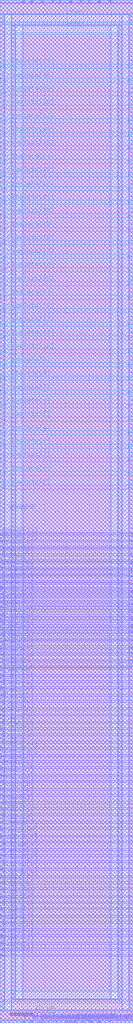
<source format=lef>
##
## LEF for PtnCells ;
## created by Innovus v15.20-p005_1 on Wed Apr 21 17:42:26 2021
##

VERSION 5.7 ;

BUSBITCHARS "[]" ;
DIVIDERCHAR "/" ;

MACRO CPU_IO
  CLASS BLOCK ;
  SIZE 29.9000 BY 229.8400 ;
  FOREIGN CPU_IO 0.0000 0.0000 ;
  ORIGIN 0 0 ;
  SYMMETRY X Y R90 ;
  PIN E1END[3]
    DIRECTION INPUT ;
    USE SIGNAL ;
    ANTENNAPARTIALMETALAREA 1.6673 LAYER met1  ;
    ANTENNAPARTIALMETALSIDEAREA 8.2285 LAYER met1  ;
    ANTENNAPARTIALCUTAREA 0.0225 LAYER via  ;
    ANTENNAPARTIALMETALAREA 7.9924 LAYER met2  ;
    ANTENNAPARTIALMETALSIDEAREA 39.844 LAYER met2  ;
    ANTENNAMODEL OXIDE1 ;
    ANTENNAGATEAREA 0.7425 LAYER met2  ;
    ANTENNAMAXAREACAR 11.7873 LAYER met2  ;
    ANTENNAMAXSIDEAREACAR 56.9731 LAYER met2  ;
    ANTENNAMAXCUTCAR 0.0692256 LAYER via2  ;
    PORT
      LAYER met1 ;
        RECT 0.0000 67.4200 0.5950 67.5600 ;
    END
  END E1END[3]
  PIN E1END[2]
    DIRECTION INPUT ;
    USE SIGNAL ;
    ANTENNAPARTIALMETALAREA 1.2655 LAYER met1  ;
    ANTENNAPARTIALMETALSIDEAREA 6.223 LAYER met1  ;
    ANTENNAMODEL OXIDE1 ;
    ANTENNAGATEAREA 0.7425 LAYER met1  ;
    ANTENNAMAXAREACAR 2.54559 LAYER met1  ;
    ANTENNAMAXSIDEAREACAR 9.37239 LAYER met1  ;
    ANTENNAMAXCUTCAR 0.0389226 LAYER via  ;
    PORT
      LAYER met1 ;
        RECT 0.0000 66.0600 0.5950 66.2000 ;
    END
  END E1END[2]
  PIN E1END[1]
    DIRECTION INPUT ;
    USE SIGNAL ;
    ANTENNAPARTIALMETALAREA 2.0485 LAYER met1  ;
    ANTENNAPARTIALMETALSIDEAREA 10.101 LAYER met1  ;
    ANTENNAMODEL OXIDE1 ;
    ANTENNAGATEAREA 0.7425 LAYER met1  ;
    ANTENNAMAXAREACAR 3.05522 LAYER met1  ;
    ANTENNAMAXSIDEAREACAR 13.9542 LAYER met1  ;
    ANTENNAMAXCUTCAR 0.0389226 LAYER via  ;
    PORT
      LAYER met1 ;
        RECT 0.0000 64.7000 0.5950 64.8400 ;
    END
  END E1END[1]
  PIN E1END[0]
    DIRECTION INPUT ;
    USE SIGNAL ;
    ANTENNAPARTIALMETALAREA 2.3873 LAYER met1  ;
    ANTENNAPARTIALMETALSIDEAREA 11.7915 LAYER met1  ;
    ANTENNAPARTIALCUTAREA 0.0225 LAYER via  ;
    ANTENNAPARTIALMETALAREA 2.6095 LAYER met2  ;
    ANTENNAPARTIALMETALSIDEAREA 12.8765 LAYER met2  ;
    ANTENNAPARTIALCUTAREA 0.04 LAYER via2  ;
    ANTENNAPARTIALMETALAREA 0.952 LAYER met3  ;
    ANTENNAPARTIALMETALSIDEAREA 5.544 LAYER met3  ;
    ANTENNAPARTIALCUTAREA 0.04 LAYER via3  ;
    ANTENNAPARTIALMETALAREA 35.9466 LAYER met4  ;
    ANTENNAPARTIALMETALSIDEAREA 192.656 LAYER met4  ;
    ANTENNAMODEL OXIDE1 ;
    ANTENNAGATEAREA 1.485 LAYER met4  ;
    ANTENNAMAXAREACAR 25.9357 LAYER met4  ;
    ANTENNAMAXSIDEAREACAR 137.085 LAYER met4  ;
    ANTENNAMAXCUTCAR 0.0884848 LAYER via4  ;
    PORT
      LAYER met1 ;
        RECT 0.0000 63.0000 0.5950 63.1400 ;
    END
  END E1END[0]
  PIN E2MID[7]
    DIRECTION INPUT ;
    USE SIGNAL ;
    PORT
      LAYER met1 ;
        RECT 0.0000 79.6600 0.5950 79.8000 ;
    END
  END E2MID[7]
  PIN E2MID[6]
    DIRECTION INPUT ;
    USE SIGNAL ;
    ANTENNAPARTIALMETALAREA 2.0509 LAYER met1  ;
    ANTENNAPARTIALMETALSIDEAREA 10.15 LAYER met1  ;
    ANTENNAMODEL OXIDE1 ;
    ANTENNAGATEAREA 0.7425 LAYER met1  ;
    ANTENNAMAXAREACAR 3.8369 LAYER met1  ;
    ANTENNAMAXSIDEAREACAR 14.936 LAYER met1  ;
    ANTENNAMAXCUTCAR 0.0389226 LAYER via  ;
    PORT
      LAYER met1 ;
        RECT 0.0000 77.9600 0.5950 78.1000 ;
    END
  END E2MID[6]
  PIN E2MID[5]
    DIRECTION INPUT ;
    USE SIGNAL ;
    ANTENNAPARTIALMETALAREA 1.0257 LAYER met1  ;
    ANTENNAPARTIALMETALSIDEAREA 5.061 LAYER met1  ;
    ANTENNAMODEL OXIDE1 ;
    ANTENNAGATEAREA 0.7425 LAYER met1  ;
    ANTENNAMAXAREACAR 1.67771 LAYER met1  ;
    ANTENNAMAXSIDEAREACAR 7.16633 LAYER met1  ;
    ANTENNAMAXCUTCAR 0.0389226 LAYER via  ;
    PORT
      LAYER met1 ;
        RECT 0.0000 76.6000 0.5950 76.7400 ;
    END
  END E2MID[5]
  PIN E2MID[4]
    DIRECTION INPUT ;
    USE SIGNAL ;
    PORT
      LAYER met1 ;
        RECT 0.0000 75.2400 0.5950 75.3800 ;
    END
  END E2MID[4]
  PIN E2MID[3]
    DIRECTION INPUT ;
    USE SIGNAL ;
    PORT
      LAYER met1 ;
        RECT 0.0000 73.5400 0.5950 73.6800 ;
    END
  END E2MID[3]
  PIN E2MID[2]
    DIRECTION INPUT ;
    USE SIGNAL ;
    ANTENNAPARTIALMETALAREA 0.9061 LAYER met1  ;
    ANTENNAPARTIALMETALSIDEAREA 4.3855 LAYER met1  ;
    ANTENNAPARTIALCUTAREA 0.0225 LAYER via  ;
    ANTENNAPARTIALMETALAREA 2.2832 LAYER met2  ;
    ANTENNAPARTIALMETALSIDEAREA 11.298 LAYER met2  ;
    ANTENNAMODEL OXIDE1 ;
    ANTENNAGATEAREA 0.7425 LAYER met2  ;
    ANTENNAMAXAREACAR 5.27407 LAYER met2  ;
    ANTENNAMAXSIDEAREACAR 24.3805 LAYER met2  ;
    ANTENNAMAXCUTCAR 0.0692256 LAYER via2  ;
    PORT
      LAYER met1 ;
        RECT 0.0000 72.1800 0.5950 72.3200 ;
    END
  END E2MID[2]
  PIN E2MID[1]
    DIRECTION INPUT ;
    USE SIGNAL ;
    ANTENNAPARTIALMETALAREA 0.9939 LAYER met1  ;
    ANTENNAPARTIALMETALSIDEAREA 4.8615 LAYER met1  ;
    ANTENNAPARTIALCUTAREA 0.0225 LAYER via  ;
    ANTENNAPARTIALMETALAREA 5.5032 LAYER met2  ;
    ANTENNAPARTIALMETALSIDEAREA 27.398 LAYER met2  ;
    ANTENNAMODEL OXIDE1 ;
    ANTENNAGATEAREA 0.7425 LAYER met2  ;
    ANTENNAMAXAREACAR 12.4875 LAYER met2  ;
    ANTENNAMAXSIDEAREACAR 47.6316 LAYER met2  ;
    ANTENNAMAXCUTCAR 0.0692256 LAYER via2  ;
    PORT
      LAYER met1 ;
        RECT 0.0000 70.4800 0.5950 70.6200 ;
    END
  END E2MID[1]
  PIN E2MID[0]
    DIRECTION INPUT ;
    USE SIGNAL ;
    PORT
      LAYER met1 ;
        RECT 0.0000 69.1200 0.5950 69.2600 ;
    END
  END E2MID[0]
  PIN E2END[7]
    DIRECTION INPUT ;
    USE SIGNAL ;
    PORT
      LAYER met1 ;
        RECT 0.0000 91.5600 0.5950 91.7000 ;
    END
  END E2END[7]
  PIN E2END[6]
    DIRECTION INPUT ;
    USE SIGNAL ;
    ANTENNAPARTIALMETALAREA 2.0509 LAYER met1  ;
    ANTENNAPARTIALMETALSIDEAREA 10.15 LAYER met1  ;
    ANTENNAMODEL OXIDE1 ;
    ANTENNAGATEAREA 0.7425 LAYER met1  ;
    ANTENNAMAXAREACAR 3.21414 LAYER met1  ;
    ANTENNAMAXSIDEAREACAR 14.2034 LAYER met1  ;
    ANTENNAMAXCUTCAR 0.0389226 LAYER via  ;
    PORT
      LAYER met1 ;
        RECT 0.0000 90.2000 0.5950 90.3400 ;
    END
  END E2END[6]
  PIN E2END[5]
    DIRECTION INPUT ;
    USE SIGNAL ;
    ANTENNAPARTIALMETALAREA 1.7909 LAYER met1  ;
    ANTENNAPARTIALMETALSIDEAREA 8.8095 LAYER met1  ;
    ANTENNAPARTIALCUTAREA 0.0225 LAYER via  ;
    ANTENNAPARTIALMETALAREA 6.5336 LAYER met2  ;
    ANTENNAPARTIALMETALSIDEAREA 32.55 LAYER met2  ;
    ANTENNAMODEL OXIDE1 ;
    ANTENNAGATEAREA 0.7425 LAYER met2  ;
    ANTENNAMAXAREACAR 13.9654 LAYER met2  ;
    ANTENNAMAXSIDEAREACAR 63.4916 LAYER met2  ;
    ANTENNAMAXCUTCAR 0.0692256 LAYER via2  ;
    PORT
      LAYER met1 ;
        RECT 0.0000 88.5000 0.5950 88.6400 ;
    END
  END E2END[5]
  PIN E2END[4]
    DIRECTION INPUT ;
    USE SIGNAL ;
    PORT
      LAYER met1 ;
        RECT 0.0000 87.1400 0.5950 87.2800 ;
    END
  END E2END[4]
  PIN E2END[3]
    DIRECTION INPUT ;
    USE SIGNAL ;
    PORT
      LAYER met1 ;
        RECT 0.0000 85.7800 0.5950 85.9200 ;
    END
  END E2END[3]
  PIN E2END[2]
    DIRECTION INPUT ;
    USE SIGNAL ;
    ANTENNAPARTIALMETALAREA 1.8605 LAYER met1  ;
    ANTENNAPARTIALMETALSIDEAREA 9.1945 LAYER met1  ;
    ANTENNAPARTIALCUTAREA 0.0225 LAYER via  ;
    ANTENNAPARTIALMETALAREA 2.7803 LAYER met2  ;
    ANTENNAPARTIALMETALSIDEAREA 13.7305 LAYER met2  ;
    ANTENNAPARTIALCUTAREA 0.04 LAYER via2  ;
    ANTENNAPARTIALMETALAREA 0.1249 LAYER met3  ;
    ANTENNAPARTIALMETALSIDEAREA 1.136 LAYER met3  ;
    ANTENNAPARTIALCUTAREA 0.04 LAYER via3  ;
    ANTENNAPARTIALMETALAREA 25.7388 LAYER met4  ;
    ANTENNAPARTIALMETALSIDEAREA 137.744 LAYER met4  ;
    ANTENNAMODEL OXIDE1 ;
    ANTENNAGATEAREA 0.7425 LAYER met4  ;
    ANTENNAMAXAREACAR 36.0626 LAYER met4  ;
    ANTENNAMAXSIDEAREACAR 190.164 LAYER met4  ;
    ANTENNAMAXCUTCAR 0.17697 LAYER via4  ;
    PORT
      LAYER met1 ;
        RECT 0.0000 84.0800 0.5950 84.2200 ;
    END
  END E2END[2]
  PIN E2END[1]
    DIRECTION INPUT ;
    USE SIGNAL ;
    ANTENNAPARTIALMETALAREA 1.1185 LAYER met1  ;
    ANTENNAPARTIALMETALSIDEAREA 5.488 LAYER met1  ;
    ANTENNAMODEL OXIDE1 ;
    ANTENNAGATEAREA 0.7425 LAYER met1  ;
    ANTENNAMAXAREACAR 2.34761 LAYER met1  ;
    ANTENNAMAXSIDEAREACAR 8.38249 LAYER met1  ;
    ANTENNAMAXCUTCAR 0.0389226 LAYER via  ;
    PORT
      LAYER met1 ;
        RECT 0.0000 82.7200 0.5950 82.8600 ;
    END
  END E2END[1]
  PIN E2END[0]
    DIRECTION INPUT ;
    USE SIGNAL ;
    PORT
      LAYER met1 ;
        RECT 0.0000 81.0200 0.5950 81.1600 ;
    END
  END E2END[0]
  PIN E6END[11]
    DIRECTION INPUT ;
    USE SIGNAL ;
    ANTENNAPARTIALMETALAREA 0.9915 LAYER met1  ;
    ANTENNAPARTIALMETALSIDEAREA 4.8125 LAYER met1  ;
    ANTENNAPARTIALCUTAREA 0.0225 LAYER via  ;
    ANTENNAPARTIALMETALAREA 4.0892 LAYER met2  ;
    ANTENNAPARTIALMETALSIDEAREA 20.328 LAYER met2  ;
    ANTENNAMODEL OXIDE1 ;
    ANTENNAGATEAREA 0.621 LAYER met2  ;
    ANTENNAMAXAREACAR 14.3971 LAYER met2  ;
    ANTENNAMAXSIDEAREACAR 51.5836 LAYER met2  ;
    ANTENNAMAXCUTCAR 0.265597 LAYER via2  ;
    PORT
      LAYER met1 ;
        RECT 0.0000 109.5800 0.5950 109.7200 ;
    END
  END E6END[11]
  PIN E6END[10]
    DIRECTION INPUT ;
    USE SIGNAL ;
    ANTENNAPARTIALMETALAREA 3.1998 LAYER met1  ;
    ANTENNAPARTIALMETALSIDEAREA 15.827 LAYER met1  ;
    ANTENNAMODEL OXIDE1 ;
    ANTENNAGATEAREA 0.621 LAYER met1  ;
    ANTENNAMAXAREACAR 10.2388 LAYER met1  ;
    ANTENNAMAXSIDEAREACAR 30.9387 LAYER met1  ;
    ANTENNAMAXCUTCAR 0.229365 LAYER via  ;
    PORT
      LAYER met1 ;
        RECT 0.0000 108.2200 0.5950 108.3600 ;
    END
  END E6END[10]
  PIN E6END[9]
    DIRECTION INPUT ;
    USE SIGNAL ;
    ANTENNAPARTIALMETALAREA 2.6683 LAYER met1  ;
    ANTENNAPARTIALMETALSIDEAREA 13.2335 LAYER met1  ;
    ANTENNAPARTIALCUTAREA 0.0225 LAYER via  ;
    ANTENNAPARTIALMETALAREA 10.056 LAYER met2  ;
    ANTENNAPARTIALMETALSIDEAREA 50.162 LAYER met2  ;
    ANTENNAMODEL OXIDE1 ;
    ANTENNAGATEAREA 0.621 LAYER met2  ;
    ANTENNAMAXAREACAR 20.4261 LAYER met2  ;
    ANTENNAMAXSIDEAREACAR 92.8716 LAYER met2  ;
    ANTENNAMAXCUTCAR 0.265597 LAYER via2  ;
    PORT
      LAYER met1 ;
        RECT 0.0000 106.8600 0.5950 107.0000 ;
    END
  END E6END[9]
  PIN E6END[8]
    DIRECTION INPUT ;
    USE SIGNAL ;
    ANTENNAPARTIALMETALAREA 2.3346 LAYER met1  ;
    ANTENNAPARTIALMETALSIDEAREA 11.501 LAYER met1  ;
    ANTENNAMODEL OXIDE1 ;
    ANTENNAGATEAREA 0.621 LAYER met1  ;
    ANTENNAMAXAREACAR 8.84553 LAYER met1  ;
    ANTENNAMAXSIDEAREACAR 23.9725 LAYER met1  ;
    ANTENNAMAXCUTCAR 0.229365 LAYER via  ;
    PORT
      LAYER met1 ;
        RECT 0.0000 105.1600 0.5950 105.3000 ;
    END
  END E6END[8]
  PIN E6END[7]
    DIRECTION INPUT ;
    USE SIGNAL ;
    ANTENNAPARTIALMETALAREA 2.2744 LAYER met1  ;
    ANTENNAPARTIALMETALSIDEAREA 11.2 LAYER met1  ;
    ANTENNAMODEL OXIDE1 ;
    ANTENNAGATEAREA 0.621 LAYER met1  ;
    ANTENNAMAXAREACAR 6.07086 LAYER met1  ;
    ANTENNAMAXSIDEAREACAR 20.4758 LAYER met1  ;
    ANTENNAMAXCUTCAR 0.229365 LAYER via  ;
    PORT
      LAYER met1 ;
        RECT 0.0000 103.8000 0.5950 103.9400 ;
    END
  END E6END[7]
  PIN E6END[6]
    DIRECTION INPUT ;
    USE SIGNAL ;
    ANTENNAPARTIALMETALAREA 2.3315 LAYER met1  ;
    ANTENNAPARTIALMETALSIDEAREA 11.445 LAYER met1  ;
    ANTENNAMODEL OXIDE1 ;
    ANTENNAGATEAREA 0.126 LAYER met1  ;
    ANTENNAMAXAREACAR 24.5075 LAYER met1  ;
    ANTENNAMAXSIDEAREACAR 97.3651 LAYER met1  ;
    ANTENNAPARTIALCUTAREA 0.0225 LAYER via  ;
    ANTENNAMAXCUTCAR 0.407937 LAYER via  ;
    ANTENNAPARTIALMETALAREA 1.1212 LAYER met2  ;
    ANTENNAPARTIALMETALSIDEAREA 5.488 LAYER met2  ;
    ANTENNAGATEAREA 0.621 LAYER met2  ;
    ANTENNAMAXAREACAR 26.313 LAYER met2  ;
    ANTENNAMAXSIDEAREACAR 106.202 LAYER met2  ;
    ANTENNAMAXCUTCAR 0.407937 LAYER via2  ;
    PORT
      LAYER met1 ;
        RECT 0.0000 102.1000 0.5950 102.2400 ;
    END
  END E6END[6]
  PIN E6END[5]
    DIRECTION INPUT ;
    USE SIGNAL ;
    ANTENNAPARTIALMETALAREA 3.043 LAYER met1  ;
    ANTENNAPARTIALMETALSIDEAREA 15.043 LAYER met1  ;
    ANTENNAMODEL OXIDE1 ;
    ANTENNAGATEAREA 0.621 LAYER met1  ;
    ANTENNAMAXAREACAR 7.07199 LAYER met1  ;
    ANTENNAMAXSIDEAREACAR 26.2642 LAYER met1  ;
    ANTENNAMAXCUTCAR 0.229365 LAYER via  ;
    PORT
      LAYER met1 ;
        RECT 0.0000 100.7400 0.5950 100.8800 ;
    END
  END E6END[5]
  PIN E6END[4]
    DIRECTION INPUT ;
    USE SIGNAL ;
    ANTENNAPARTIALMETALAREA 2.4281 LAYER met1  ;
    ANTENNAPARTIALMETALSIDEAREA 11.928 LAYER met1  ;
    ANTENNAMODEL OXIDE1 ;
    ANTENNAGATEAREA 0.126 LAYER met1  ;
    ANTENNAMAXAREACAR 21.4425 LAYER met1  ;
    ANTENNAMAXSIDEAREACAR 96.6905 LAYER met1  ;
    ANTENNAPARTIALCUTAREA 0.0225 LAYER via  ;
    ANTENNAMAXCUTCAR 0.407937 LAYER via  ;
    ANTENNAPARTIALMETALAREA 0.7404 LAYER met2  ;
    ANTENNAPARTIALMETALSIDEAREA 3.584 LAYER met2  ;
    ANTENNAGATEAREA 0.621 LAYER met2  ;
    ANTENNAMAXAREACAR 22.6347 LAYER met2  ;
    ANTENNAMAXSIDEAREACAR 102.462 LAYER met2  ;
    ANTENNAMAXCUTCAR 0.407937 LAYER via2  ;
    PORT
      LAYER met1 ;
        RECT 0.0000 99.0400 0.5950 99.1800 ;
    END
  END E6END[4]
  PIN E6END[3]
    DIRECTION INPUT ;
    USE SIGNAL ;
    ANTENNAPARTIALMETALAREA 1.3285 LAYER met1  ;
    ANTENNAPARTIALMETALSIDEAREA 6.5345 LAYER met1  ;
    ANTENNAPARTIALCUTAREA 0.0225 LAYER via  ;
    ANTENNAPARTIALMETALAREA 2.528 LAYER met2  ;
    ANTENNAPARTIALMETALSIDEAREA 12.404 LAYER met2  ;
    ANTENNAMODEL OXIDE1 ;
    ANTENNAGATEAREA 0.621 LAYER met2  ;
    ANTENNAMAXAREACAR 12.2046 LAYER met2  ;
    ANTENNAMAXSIDEAREACAR 51.1925 LAYER met2  ;
    ANTENNAMAXCUTCAR 0.407937 LAYER via2  ;
    PORT
      LAYER met1 ;
        RECT 0.0000 97.6800 0.5950 97.8200 ;
    END
  END E6END[3]
  PIN E6END[2]
    DIRECTION INPUT ;
    USE SIGNAL ;
    ANTENNAPARTIALMETALAREA 2.2123 LAYER met1  ;
    ANTENNAPARTIALMETALSIDEAREA 10.92 LAYER met1  ;
    ANTENNAMODEL OXIDE1 ;
    ANTENNAGATEAREA 0.621 LAYER met1  ;
    ANTENNAMAXAREACAR 5.74763 LAYER met1  ;
    ANTENNAMAXSIDEAREACAR 19.7623 LAYER met1  ;
    ANTENNAMAXCUTCAR 0.229365 LAYER via  ;
    PORT
      LAYER met1 ;
        RECT 0.0000 96.3200 0.5950 96.4600 ;
    END
  END E6END[2]
  PIN E6END[1]
    DIRECTION INPUT ;
    USE SIGNAL ;
    ANTENNAPARTIALMETALAREA 1.3905 LAYER met1  ;
    ANTENNAPARTIALMETALSIDEAREA 6.8075 LAYER met1  ;
    ANTENNAPARTIALCUTAREA 0.0225 LAYER via  ;
    ANTENNAPARTIALMETALAREA 3.48 LAYER met2  ;
    ANTENNAPARTIALMETALSIDEAREA 17.164 LAYER met2  ;
    ANTENNAMODEL OXIDE1 ;
    ANTENNAGATEAREA 0.621 LAYER met2  ;
    ANTENNAMAXAREACAR 13.2265 LAYER met2  ;
    ANTENNAMAXSIDEAREACAR 56.302 LAYER met2  ;
    ANTENNAMAXCUTCAR 0.407937 LAYER via2  ;
    PORT
      LAYER met1 ;
        RECT 0.0000 94.6200 0.5950 94.7600 ;
    END
  END E6END[1]
  PIN E6END[0]
    DIRECTION INPUT ;
    USE SIGNAL ;
    ANTENNAPARTIALMETALAREA 2.3369 LAYER met1  ;
    ANTENNAPARTIALMETALSIDEAREA 11.543 LAYER met1  ;
    ANTENNAMODEL OXIDE1 ;
    ANTENNAGATEAREA 0.621 LAYER met1  ;
    ANTENNAMAXAREACAR 6.28828 LAYER met1  ;
    ANTENNAMAXSIDEAREACAR 21.1655 LAYER met1  ;
    ANTENNAMAXCUTCAR 0.229365 LAYER via  ;
    PORT
      LAYER met1 ;
        RECT 0.0000 93.2600 0.5950 93.4000 ;
    END
  END E6END[0]
  PIN W1BEG[3]
    DIRECTION OUTPUT ;
    USE SIGNAL ;
    ANTENNAPARTIALMETALAREA 1.0401 LAYER met1  ;
    ANTENNAPARTIALMETALSIDEAREA 5.0925 LAYER met1  ;
    ANTENNAPARTIALCUTAREA 0.0225 LAYER via  ;
    ANTENNAPARTIALMETALAREA 3.8233 LAYER met2  ;
    ANTENNAPARTIALMETALSIDEAREA 18.9455 LAYER met2  ;
    ANTENNAPARTIALCUTAREA 0.04 LAYER via2  ;
    ANTENNAPARTIALMETALAREA 3.2797 LAYER met3  ;
    ANTENNAPARTIALMETALSIDEAREA 18.432 LAYER met3  ;
    ANTENNAPARTIALCUTAREA 0.04 LAYER via3  ;
    ANTENNADIFFAREA 3.564 LAYER met4  ;
    ANTENNAPARTIALMETALAREA 11.4648 LAYER met4  ;
    ANTENNAPARTIALMETALSIDEAREA 61.616 LAYER met4  ;
    PORT
      LAYER met1 ;
        RECT 0.0000 19.4800 0.5950 19.6200 ;
    END
  END W1BEG[3]
  PIN W1BEG[2]
    DIRECTION OUTPUT ;
    USE SIGNAL ;
    ANTENNADIFFAREA 1.782 LAYER met1  ;
    ANTENNAPARTIALMETALAREA 2.2609 LAYER met1  ;
    ANTENNAPARTIALMETALSIDEAREA 11.2 LAYER met1  ;
    PORT
      LAYER met1 ;
        RECT 0.0000 17.7800 0.5950 17.9200 ;
    END
  END W1BEG[2]
  PIN W1BEG[1]
    DIRECTION OUTPUT ;
    USE SIGNAL ;
    ANTENNAPARTIALMETALAREA 0.0384 LAYER met1  ;
    ANTENNAPARTIALMETALSIDEAREA 0.084 LAYER met1  ;
    ANTENNAPARTIALCUTAREA 0.0225 LAYER via  ;
    ANTENNADIFFAREA 1.782 LAYER met2  ;
    ANTENNAPARTIALMETALAREA 2.5016 LAYER met2  ;
    ANTENNAPARTIALMETALSIDEAREA 12.39 LAYER met2  ;
    PORT
      LAYER met1 ;
        RECT 0.0000 16.4200 0.5950 16.5600 ;
    END
  END W1BEG[1]
  PIN W1BEG[0]
    DIRECTION OUTPUT ;
    USE SIGNAL ;
    ANTENNAPARTIALMETALAREA 0.0384 LAYER met1  ;
    ANTENNAPARTIALMETALSIDEAREA 0.084 LAYER met1  ;
    ANTENNAPARTIALCUTAREA 0.0225 LAYER via  ;
    ANTENNADIFFAREA 1.782 LAYER met2  ;
    ANTENNAPARTIALMETALAREA 0.6928 LAYER met2  ;
    ANTENNAPARTIALMETALSIDEAREA 3.346 LAYER met2  ;
    PORT
      LAYER met1 ;
        RECT 0.0000 15.0600 0.5950 15.2000 ;
    END
  END W1BEG[0]
  PIN W2BEG[7]
    DIRECTION OUTPUT ;
    USE SIGNAL ;
    ANTENNADIFFAREA 1.782 LAYER met1  ;
    ANTENNAPARTIALMETALAREA 2.3701 LAYER met1  ;
    ANTENNAPARTIALMETALSIDEAREA 11.746 LAYER met1  ;
    PORT
      LAYER met1 ;
        RECT 0.0000 31.3800 0.5950 31.5200 ;
    END
  END W2BEG[7]
  PIN W2BEG[6]
    DIRECTION OUTPUT ;
    USE SIGNAL ;
    ANTENNAPARTIALMETALAREA 1.8773 LAYER met1  ;
    ANTENNAPARTIALMETALSIDEAREA 9.2785 LAYER met1  ;
    ANTENNAPARTIALCUTAREA 0.0225 LAYER via  ;
    ANTENNADIFFAREA 1.782 LAYER met2  ;
    ANTENNAPARTIALMETALAREA 1.726 LAYER met2  ;
    ANTENNAPARTIALMETALSIDEAREA 8.512 LAYER met2  ;
    PORT
      LAYER met1 ;
        RECT 0.0000 30.0200 0.5950 30.1600 ;
    END
  END W2BEG[6]
  PIN W2BEG[5]
    DIRECTION OUTPUT ;
    USE SIGNAL ;
    ANTENNAPARTIALMETALAREA 0.3961 LAYER met1  ;
    ANTENNAPARTIALMETALSIDEAREA 1.8725 LAYER met1  ;
    ANTENNAPARTIALCUTAREA 0.0225 LAYER via  ;
    ANTENNAPARTIALMETALAREA 0.2155 LAYER met2  ;
    ANTENNAPARTIALMETALSIDEAREA 0.9065 LAYER met2  ;
    ANTENNAPARTIALCUTAREA 0.04 LAYER via2  ;
    ANTENNAPARTIALMETALAREA 0.262 LAYER met3  ;
    ANTENNAPARTIALMETALSIDEAREA 1.864 LAYER met3  ;
    ANTENNAPARTIALCUTAREA 0.04 LAYER via3  ;
    ANTENNADIFFAREA 1.782 LAYER met4  ;
    ANTENNAPARTIALMETALAREA 44.9778 LAYER met4  ;
    ANTENNAPARTIALMETALSIDEAREA 240.352 LAYER met4  ;
    PORT
      LAYER met1 ;
        RECT 0.0000 28.3200 0.5950 28.4600 ;
    END
  END W2BEG[5]
  PIN W2BEG[4]
    DIRECTION OUTPUT ;
    USE SIGNAL ;
    ANTENNAPARTIALMETALAREA 3.9445 LAYER met1  ;
    ANTENNAPARTIALMETALSIDEAREA 19.5405 LAYER met1  ;
    ANTENNAPARTIALCUTAREA 0.0225 LAYER via  ;
    ANTENNADIFFAREA 1.782 LAYER met2  ;
    ANTENNAPARTIALMETALAREA 1.264 LAYER met2  ;
    ANTENNAPARTIALMETALSIDEAREA 6.202 LAYER met2  ;
    PORT
      LAYER met1 ;
        RECT 0.0000 26.9600 0.5950 27.1000 ;
    END
  END W2BEG[4]
  PIN W2BEG[3]
    DIRECTION OUTPUT ;
    USE SIGNAL ;
    ANTENNAPARTIALMETALAREA 0.3961 LAYER met1  ;
    ANTENNAPARTIALMETALSIDEAREA 1.8725 LAYER met1  ;
    ANTENNAPARTIALCUTAREA 0.0225 LAYER via  ;
    ANTENNAPARTIALMETALAREA 0.2547 LAYER met2  ;
    ANTENNAPARTIALMETALSIDEAREA 1.1025 LAYER met2  ;
    ANTENNAPARTIALCUTAREA 0.04 LAYER via2  ;
    ANTENNAPARTIALMETALAREA 7.921 LAYER met3  ;
    ANTENNAPARTIALMETALSIDEAREA 42.712 LAYER met3  ;
    ANTENNAPARTIALCUTAREA 0.04 LAYER via3  ;
    ANTENNADIFFAREA 1.782 LAYER met4  ;
    ANTENNAPARTIALMETALAREA 52.4004 LAYER met4  ;
    ANTENNAPARTIALMETALSIDEAREA 280.88 LAYER met4  ;
    PORT
      LAYER met1 ;
        RECT 0.0000 25.6000 0.5950 25.7400 ;
    END
  END W2BEG[3]
  PIN W2BEG[2]
    DIRECTION OUTPUT ;
    USE SIGNAL ;
    ANTENNAPARTIALMETALAREA 1.4097 LAYER met1  ;
    ANTENNAPARTIALMETALSIDEAREA 6.9405 LAYER met1  ;
    ANTENNAPARTIALCUTAREA 0.0225 LAYER via  ;
    ANTENNADIFFAREA 1.782 LAYER met2  ;
    ANTENNAPARTIALMETALAREA 7.5164 LAYER met2  ;
    ANTENNAPARTIALMETALSIDEAREA 37.464 LAYER met2  ;
    PORT
      LAYER met1 ;
        RECT 0.0000 23.9000 0.5950 24.0400 ;
    END
  END W2BEG[2]
  PIN W2BEG[1]
    DIRECTION OUTPUT ;
    USE SIGNAL ;
    ANTENNADIFFAREA 1.782 LAYER met1  ;
    ANTENNAPARTIALMETALAREA 2.2133 LAYER met1  ;
    ANTENNAPARTIALMETALSIDEAREA 10.962 LAYER met1  ;
    PORT
      LAYER met1 ;
        RECT 0.0000 22.5400 0.5950 22.6800 ;
    END
  END W2BEG[1]
  PIN W2BEG[0]
    DIRECTION OUTPUT ;
    USE SIGNAL ;
    ANTENNAPARTIALMETALAREA 1.6107 LAYER met1  ;
    ANTENNAPARTIALMETALSIDEAREA 7.8715 LAYER met1  ;
    ANTENNAPARTIALCUTAREA 0.0225 LAYER via  ;
    ANTENNADIFFAREA 1.782 LAYER met2  ;
    ANTENNAPARTIALMETALAREA 4.908 LAYER met2  ;
    ANTENNAPARTIALMETALSIDEAREA 24.304 LAYER met2  ;
    PORT
      LAYER met1 ;
        RECT 0.0000 20.8400 0.5950 20.9800 ;
    END
  END W2BEG[0]
  PIN W2BEGb[7]
    DIRECTION OUTPUT ;
    USE SIGNAL ;
    ANTENNADIFFAREA 1.782 LAYER met1  ;
    ANTENNAPARTIALMETALAREA 2.7685 LAYER met1  ;
    ANTENNAPARTIALMETALSIDEAREA 13.664 LAYER met1  ;
    PORT
      LAYER met1 ;
        RECT 0.0000 43.6200 0.5950 43.7600 ;
    END
  END W2BEGb[7]
  PIN W2BEGb[6]
    DIRECTION OUTPUT ;
    USE SIGNAL ;
    ANTENNAPARTIALMETALAREA 0.3961 LAYER met1  ;
    ANTENNAPARTIALMETALSIDEAREA 1.8725 LAYER met1  ;
    ANTENNAPARTIALCUTAREA 0.0225 LAYER via  ;
    ANTENNAPARTIALMETALAREA 0.1903 LAYER met2  ;
    ANTENNAPARTIALMETALSIDEAREA 0.7805 LAYER met2  ;
    ANTENNAPARTIALCUTAREA 0.04 LAYER via2  ;
    ANTENNAPARTIALMETALAREA 0.469 LAYER met3  ;
    ANTENNAPARTIALMETALSIDEAREA 2.968 LAYER met3  ;
    ANTENNAPARTIALCUTAREA 0.04 LAYER via3  ;
    ANTENNADIFFAREA 1.782 LAYER met4  ;
    ANTENNAPARTIALMETALAREA 26.6538 LAYER met4  ;
    ANTENNAPARTIALMETALSIDEAREA 142.624 LAYER met4  ;
    PORT
      LAYER met1 ;
        RECT 0.0000 41.9200 0.5950 42.0600 ;
    END
  END W2BEGb[6]
  PIN W2BEGb[5]
    DIRECTION OUTPUT ;
    USE SIGNAL ;
    ANTENNAPARTIALMETALAREA 0.3961 LAYER met1  ;
    ANTENNAPARTIALMETALSIDEAREA 1.8725 LAYER met1  ;
    ANTENNAPARTIALCUTAREA 0.0225 LAYER via  ;
    ANTENNAPARTIALMETALAREA 0.2099 LAYER met2  ;
    ANTENNAPARTIALMETALSIDEAREA 0.8785 LAYER met2  ;
    ANTENNAPARTIALCUTAREA 0.04 LAYER via2  ;
    ANTENNAPARTIALMETALAREA 0.676 LAYER met3  ;
    ANTENNAPARTIALMETALSIDEAREA 4.072 LAYER met3  ;
    ANTENNAPARTIALCUTAREA 0.04 LAYER via3  ;
    ANTENNADIFFAREA 1.782 LAYER met4  ;
    ANTENNAPARTIALMETALAREA 32.6766 LAYER met4  ;
    ANTENNAPARTIALMETALSIDEAREA 175.216 LAYER met4  ;
    PORT
      LAYER met1 ;
        RECT 0.0000 40.5600 0.5950 40.7000 ;
    END
  END W2BEGb[5]
  PIN W2BEGb[4]
    DIRECTION OUTPUT ;
    USE SIGNAL ;
    ANTENNAPARTIALMETALAREA 0.0384 LAYER met1  ;
    ANTENNAPARTIALMETALSIDEAREA 0.084 LAYER met1  ;
    ANTENNAPARTIALCUTAREA 0.0225 LAYER via  ;
    ANTENNAPARTIALMETALAREA 0.1917 LAYER met2  ;
    ANTENNAPARTIALMETALSIDEAREA 0.7875 LAYER met2  ;
    ANTENNAPARTIALCUTAREA 0.04 LAYER via2  ;
    ANTENNAPARTIALMETALAREA 0.883 LAYER met3  ;
    ANTENNAPARTIALMETALSIDEAREA 5.176 LAYER met3  ;
    ANTENNAPARTIALCUTAREA 0.04 LAYER via3  ;
    ANTENNADIFFAREA 1.782 LAYER met4  ;
    ANTENNAPARTIALMETALAREA 22.8348 LAYER met4  ;
    ANTENNAPARTIALMETALSIDEAREA 122.256 LAYER met4  ;
    PORT
      LAYER met1 ;
        RECT 0.0000 38.8600 0.5950 39.0000 ;
    END
  END W2BEGb[4]
  PIN W2BEGb[3]
    DIRECTION OUTPUT ;
    USE SIGNAL ;
    ANTENNAPARTIALMETALAREA 1.5553 LAYER met1  ;
    ANTENNAPARTIALMETALSIDEAREA 7.6685 LAYER met1  ;
    ANTENNAPARTIALCUTAREA 0.0225 LAYER via  ;
    ANTENNADIFFAREA 1.782 LAYER met2  ;
    ANTENNAPARTIALMETALAREA 6.6596 LAYER met2  ;
    ANTENNAPARTIALMETALSIDEAREA 33.18 LAYER met2  ;
    PORT
      LAYER met1 ;
        RECT 0.0000 37.5000 0.5950 37.6400 ;
    END
  END W2BEGb[3]
  PIN W2BEGb[2]
    DIRECTION OUTPUT ;
    USE SIGNAL ;
    ANTENNAPARTIALMETALAREA 1.5669 LAYER met1  ;
    ANTENNAPARTIALMETALSIDEAREA 7.6895 LAYER met1  ;
    ANTENNAPARTIALCUTAREA 0.0225 LAYER via  ;
    ANTENNAPARTIALMETALAREA 2.1811 LAYER met2  ;
    ANTENNAPARTIALMETALSIDEAREA 10.7345 LAYER met2  ;
    ANTENNAPARTIALCUTAREA 0.04 LAYER via2  ;
    ANTENNAPARTIALMETALAREA 0.952 LAYER met3  ;
    ANTENNAPARTIALMETALSIDEAREA 5.544 LAYER met3  ;
    ANTENNAPARTIALCUTAREA 0.04 LAYER via3  ;
    ANTENNADIFFAREA 1.782 LAYER met4  ;
    ANTENNAPARTIALMETALAREA 7.8048 LAYER met4  ;
    ANTENNAPARTIALMETALSIDEAREA 42.096 LAYER met4  ;
    PORT
      LAYER met1 ;
        RECT 0.0000 36.1400 0.5950 36.2800 ;
    END
  END W2BEGb[2]
  PIN W2BEGb[1]
    DIRECTION OUTPUT ;
    USE SIGNAL ;
    ANTENNAPARTIALMETALAREA 2.6137 LAYER met1  ;
    ANTENNAPARTIALMETALSIDEAREA 12.9605 LAYER met1  ;
    ANTENNAPARTIALCUTAREA 0.0225 LAYER via  ;
    ANTENNADIFFAREA 1.782 LAYER met2  ;
    ANTENNAPARTIALMETALAREA 23.9132 LAYER met2  ;
    ANTENNAPARTIALMETALSIDEAREA 119.448 LAYER met2  ;
    PORT
      LAYER met1 ;
        RECT 0.0000 34.4400 0.5950 34.5800 ;
    END
  END W2BEGb[1]
  PIN W2BEGb[0]
    DIRECTION OUTPUT ;
    USE SIGNAL ;
    ANTENNADIFFAREA 1.782 LAYER met1  ;
    ANTENNAPARTIALMETALAREA 2.4079 LAYER met1  ;
    ANTENNAPARTIALMETALSIDEAREA 11.935 LAYER met1  ;
    PORT
      LAYER met1 ;
        RECT 0.0000 32.7400 0.5950 32.8800 ;
    END
  END W2BEGb[0]
  PIN W6BEG[11]
    DIRECTION OUTPUT ;
    USE SIGNAL ;
    ANTENNAPARTIALMETALAREA 1.5735 LAYER met1  ;
    ANTENNAPARTIALMETALSIDEAREA 7.7595 LAYER met1  ;
    ANTENNAPARTIALCUTAREA 0.0225 LAYER via  ;
    ANTENNADIFFAREA 1.782 LAYER met2  ;
    ANTENNAPARTIALMETALAREA 5.9456 LAYER met2  ;
    ANTENNAPARTIALMETALSIDEAREA 29.61 LAYER met2  ;
    PORT
      LAYER met1 ;
        RECT 0.0000 61.6400 0.5950 61.7800 ;
    END
  END W6BEG[11]
  PIN W6BEG[10]
    DIRECTION OUTPUT ;
    USE SIGNAL ;
    ANTENNAPARTIALMETALAREA 0.9113 LAYER met1  ;
    ANTENNAPARTIALMETALSIDEAREA 4.4485 LAYER met1  ;
    ANTENNAPARTIALCUTAREA 0.0225 LAYER via  ;
    ANTENNAPARTIALMETALAREA 0.1075 LAYER met2  ;
    ANTENNAPARTIALMETALSIDEAREA 0.4655 LAYER met2  ;
    ANTENNAPARTIALCUTAREA 0.04 LAYER via2  ;
    ANTENNAPARTIALMETALAREA 1.435 LAYER met3  ;
    ANTENNAPARTIALMETALSIDEAREA 8.12 LAYER met3  ;
    ANTENNAPARTIALCUTAREA 0.04 LAYER via3  ;
    ANTENNADIFFAREA 1.782 LAYER met4  ;
    ANTENNAPARTIALMETALAREA 46.6248 LAYER met4  ;
    ANTENNAPARTIALMETALSIDEAREA 249.136 LAYER met4  ;
    PORT
      LAYER met1 ;
        RECT 0.0000 59.9400 0.5950 60.0800 ;
    END
  END W6BEG[10]
  PIN W6BEG[9]
    DIRECTION OUTPUT ;
    USE SIGNAL ;
    ANTENNADIFFAREA 1.782 LAYER met1  ;
    ANTENNAPARTIALMETALAREA 2.2931 LAYER met1  ;
    ANTENNAPARTIALMETALSIDEAREA 11.361 LAYER met1  ;
    PORT
      LAYER met1 ;
        RECT 0.0000 58.5800 0.5950 58.7200 ;
    END
  END W6BEG[9]
  PIN W6BEG[8]
    DIRECTION OUTPUT ;
    USE SIGNAL ;
    ANTENNAPARTIALMETALAREA 0.7699 LAYER met1  ;
    ANTENNAPARTIALMETALSIDEAREA 3.7415 LAYER met1  ;
    ANTENNAPARTIALCUTAREA 0.0225 LAYER via  ;
    ANTENNAPARTIALMETALAREA 6.2425 LAYER met2  ;
    ANTENNAPARTIALMETALSIDEAREA 31.0415 LAYER met2  ;
    ANTENNAPARTIALCUTAREA 0.04 LAYER via2  ;
    ANTENNAPARTIALMETALAREA 0.952 LAYER met3  ;
    ANTENNAPARTIALMETALSIDEAREA 5.544 LAYER met3  ;
    ANTENNAPARTIALCUTAREA 0.04 LAYER via3  ;
    ANTENNADIFFAREA 1.782 LAYER met4  ;
    ANTENNAPARTIALMETALAREA 9.4518 LAYER met4  ;
    ANTENNAPARTIALMETALSIDEAREA 50.88 LAYER met4  ;
    PORT
      LAYER met1 ;
        RECT 0.0000 57.2200 0.5950 57.3600 ;
    END
  END W6BEG[8]
  PIN W6BEG[7]
    DIRECTION OUTPUT ;
    USE SIGNAL ;
    ANTENNAPARTIALMETALAREA 0.7825 LAYER met1  ;
    ANTENNAPARTIALMETALSIDEAREA 3.8045 LAYER met1  ;
    ANTENNAPARTIALCUTAREA 0.0225 LAYER via  ;
    ANTENNADIFFAREA 1.782 LAYER met2  ;
    ANTENNAPARTIALMETALAREA 1.5972 LAYER met2  ;
    ANTENNAPARTIALMETALSIDEAREA 7.868 LAYER met2  ;
    PORT
      LAYER met1 ;
        RECT 0.0000 55.5200 0.5950 55.6600 ;
    END
  END W6BEG[7]
  PIN W6BEG[6]
    DIRECTION OUTPUT ;
    USE SIGNAL ;
    ANTENNAPARTIALMETALAREA 1.0065 LAYER met1  ;
    ANTENNAPARTIALMETALSIDEAREA 4.9245 LAYER met1  ;
    ANTENNAPARTIALCUTAREA 0.0225 LAYER via  ;
    ANTENNAPARTIALMETALAREA 0.1829 LAYER met2  ;
    ANTENNAPARTIALMETALSIDEAREA 0.6685 LAYER met2  ;
    ANTENNAPARTIALCUTAREA 0.04 LAYER via2  ;
    ANTENNAPARTIALMETALAREA 3.091 LAYER met3  ;
    ANTENNAPARTIALMETALSIDEAREA 16.952 LAYER met3  ;
    ANTENNAPARTIALCUTAREA 0.04 LAYER via3  ;
    ANTENNADIFFAREA 1.782 LAYER met4  ;
    ANTENNAPARTIALMETALAREA 39.1218 LAYER met4  ;
    ANTENNAPARTIALMETALSIDEAREA 209.12 LAYER met4  ;
    PORT
      LAYER met1 ;
        RECT 0.0000 54.1600 0.5950 54.3000 ;
    END
  END W6BEG[6]
  PIN W6BEG[5]
    DIRECTION OUTPUT ;
    USE SIGNAL ;
    ANTENNADIFFAREA 1.782 LAYER met1  ;
    ANTENNAPARTIALMETALAREA 1.2473 LAYER met1  ;
    ANTENNAPARTIALMETALSIDEAREA 6.132 LAYER met1  ;
    PORT
      LAYER met1 ;
        RECT 0.0000 52.4600 0.5950 52.6000 ;
    END
  END W6BEG[5]
  PIN W6BEG[4]
    DIRECTION OUTPUT ;
    USE SIGNAL ;
    ANTENNAPARTIALMETALAREA 1.9865 LAYER met1  ;
    ANTENNAPARTIALMETALSIDEAREA 9.8245 LAYER met1  ;
    ANTENNAPARTIALCUTAREA 0.0225 LAYER via  ;
    ANTENNADIFFAREA 1.782 LAYER met2  ;
    ANTENNAPARTIALMETALAREA 4.0108 LAYER met2  ;
    ANTENNAPARTIALMETALSIDEAREA 19.936 LAYER met2  ;
    PORT
      LAYER met1 ;
        RECT 0.0000 51.1000 0.5950 51.2400 ;
    END
  END W6BEG[4]
  PIN W6BEG[3]
    DIRECTION OUTPUT ;
    USE SIGNAL ;
    ANTENNAPARTIALMETALAREA 0.3961 LAYER met1  ;
    ANTENNAPARTIALMETALSIDEAREA 1.8725 LAYER met1  ;
    ANTENNAPARTIALCUTAREA 0.0225 LAYER via  ;
    ANTENNAPARTIALMETALAREA 4.0963 LAYER met2  ;
    ANTENNAPARTIALMETALSIDEAREA 20.3105 LAYER met2  ;
    ANTENNAPARTIALCUTAREA 0.04 LAYER via2  ;
    ANTENNAPARTIALMETALAREA 0.676 LAYER met3  ;
    ANTENNAPARTIALMETALSIDEAREA 4.072 LAYER met3  ;
    ANTENNAPARTIALCUTAREA 0.04 LAYER via3  ;
    ANTENNADIFFAREA 1.782 LAYER met4  ;
    ANTENNAPARTIALMETALAREA 29.7648 LAYER met4  ;
    ANTENNAPARTIALMETALSIDEAREA 159.216 LAYER met4  ;
    PORT
      LAYER met1 ;
        RECT 0.0000 49.4000 0.5950 49.5400 ;
    END
  END W6BEG[3]
  PIN W6BEG[2]
    DIRECTION OUTPUT ;
    USE SIGNAL ;
    ANTENNAPARTIALMETALAREA 1.8591 LAYER met1  ;
    ANTENNAPARTIALMETALSIDEAREA 9.1875 LAYER met1  ;
    ANTENNAPARTIALCUTAREA 0.0225 LAYER via  ;
    ANTENNADIFFAREA 1.782 LAYER met2  ;
    ANTENNAPARTIALMETALAREA 7.914 LAYER met2  ;
    ANTENNAPARTIALMETALSIDEAREA 39.452 LAYER met2  ;
    PORT
      LAYER met1 ;
        RECT 0.0000 48.0400 0.5950 48.1800 ;
    END
  END W6BEG[2]
  PIN W6BEG[1]
    DIRECTION OUTPUT ;
    USE SIGNAL ;
    ANTENNADIFFAREA 1.782 LAYER met1  ;
    ANTENNAPARTIALMETALAREA 2.1797 LAYER met1  ;
    ANTENNAPARTIALMETALSIDEAREA 10.794 LAYER met1  ;
    PORT
      LAYER met1 ;
        RECT 0.0000 46.6800 0.5950 46.8200 ;
    END
  END W6BEG[1]
  PIN W6BEG[0]
    DIRECTION OUTPUT ;
    USE SIGNAL ;
    ANTENNAPARTIALMETALAREA 0.0384 LAYER met1  ;
    ANTENNAPARTIALMETALSIDEAREA 0.084 LAYER met1  ;
    ANTENNAPARTIALCUTAREA 0.0225 LAYER via  ;
    ANTENNAPARTIALMETALAREA 1.8969 LAYER met2  ;
    ANTENNAPARTIALMETALSIDEAREA 9.3135 LAYER met2  ;
    ANTENNAPARTIALCUTAREA 0.04 LAYER via2  ;
    ANTENNAPARTIALMETALAREA 8.6128 LAYER met3  ;
    ANTENNAPARTIALMETALSIDEAREA 46.872 LAYER met3  ;
    ANTENNAPARTIALCUTAREA 0.04 LAYER via3  ;
    ANTENNADIFFAREA 1.782 LAYER met4  ;
    ANTENNAPARTIALMETALAREA 16.5888 LAYER met4  ;
    ANTENNAPARTIALMETALSIDEAREA 88.944 LAYER met4  ;
    PORT
      LAYER met1 ;
        RECT 0.0000 44.9800 0.5950 45.1200 ;
    END
  END W6BEG[0]
  PIN OPA_I0
    DIRECTION INPUT ;
    USE SIGNAL ;
    ANTENNAPARTIALMETALAREA 3.0896 LAYER met1  ;
    ANTENNAPARTIALMETALSIDEAREA 15.239 LAYER met1  ;
    ANTENNAMODEL OXIDE1 ;
    ANTENNAGATEAREA 0.3735 LAYER met1  ;
    ANTENNAMAXAREACAR 10.4438 LAYER met1  ;
    ANTENNAMAXSIDEAREACAR 42.9137 LAYER met1  ;
    ANTENNAMAXCUTCAR 0.229365 LAYER via  ;
    PORT
      LAYER met1 ;
        RECT 29.3050 105.1600 29.9000 105.3000 ;
    END
  END OPA_I0
  PIN OPA_I1
    DIRECTION INPUT ;
    USE SIGNAL ;
    ANTENNAPARTIALMETALAREA 1.6197 LAYER met1  ;
    ANTENNAPARTIALMETALSIDEAREA 7.9905 LAYER met1  ;
    ANTENNAPARTIALCUTAREA 0.0225 LAYER via  ;
    ANTENNAPARTIALMETALAREA 6.2271 LAYER met2  ;
    ANTENNAPARTIALMETALSIDEAREA 30.9645 LAYER met2  ;
    ANTENNAPARTIALCUTAREA 0.04 LAYER via2  ;
    ANTENNAPARTIALMETALAREA 1.3608 LAYER met3  ;
    ANTENNAPARTIALMETALSIDEAREA 7.728 LAYER met3  ;
    ANTENNAMODEL OXIDE1 ;
    ANTENNAGATEAREA 0.3735 LAYER met3  ;
    ANTENNAMAXAREACAR 18.8802 LAYER met3  ;
    ANTENNAMAXSIDEAREACAR 79.3086 LAYER met3  ;
    ANTENNAMAXCUTCAR 0.396701 LAYER via3  ;
    PORT
      LAYER met1 ;
        RECT 29.3050 106.5200 29.9000 106.6600 ;
    END
  END OPA_I1
  PIN OPA_I2
    DIRECTION INPUT ;
    USE SIGNAL ;
    ANTENNAPARTIALMETALAREA 1.9321 LAYER met1  ;
    ANTENNAPARTIALMETALSIDEAREA 9.485 LAYER met1  ;
    ANTENNAMODEL OXIDE1 ;
    ANTENNAGATEAREA 0.126 LAYER met1  ;
    ANTENNAMAXAREACAR 19.6647 LAYER met1  ;
    ANTENNAMAXSIDEAREACAR 79.8413 LAYER met1  ;
    ANTENNAPARTIALCUTAREA 0.0225 LAYER via  ;
    ANTENNAMAXCUTCAR 0.407937 LAYER via  ;
    ANTENNAPARTIALMETALAREA 1.6448 LAYER met2  ;
    ANTENNAPARTIALMETALSIDEAREA 8.106 LAYER met2  ;
    ANTENNAGATEAREA 0.3735 LAYER met2  ;
    ANTENNAMAXAREACAR 24.0684 LAYER met2  ;
    ANTENNAMAXSIDEAREACAR 101.544 LAYER met2  ;
    ANTENNAMAXCUTCAR 0.407937 LAYER via2  ;
    PORT
      LAYER met1 ;
        RECT 29.3050 108.2200 29.9000 108.3600 ;
    END
  END OPA_I2
  PIN OPA_I3
    DIRECTION INPUT ;
    USE SIGNAL ;
    ANTENNAPARTIALMETALAREA 3.2625 LAYER met1  ;
    ANTENNAPARTIALMETALSIDEAREA 16.198 LAYER met1  ;
    ANTENNAMODEL OXIDE1 ;
    ANTENNAGATEAREA 0.2475 LAYER met1  ;
    ANTENNAMAXAREACAR 15.1202 LAYER met1  ;
    ANTENNAMAXSIDEAREACAR 67.7939 LAYER met1  ;
    ANTENNAPARTIALCUTAREA 0.0225 LAYER via  ;
    ANTENNAMAXCUTCAR 0.324444 LAYER via  ;
    ANTENNAPARTIALMETALAREA 1.4068 LAYER met2  ;
    ANTENNAPARTIALMETALSIDEAREA 6.916 LAYER met2  ;
    ANTENNAGATEAREA 0.3735 LAYER met2  ;
    ANTENNAMAXAREACAR 18.8867 LAYER met2  ;
    ANTENNAMAXSIDEAREACAR 86.3107 LAYER met2  ;
    ANTENNAMAXCUTCAR 0.407937 LAYER via2  ;
    PORT
      LAYER met1 ;
        RECT 29.3050 109.9200 29.9000 110.0600 ;
    END
  END OPA_I3
  PIN UserCLK
    DIRECTION INPUT ;
    USE SIGNAL ;
    ANTENNAPARTIALMETALAREA 0.133 LAYER met2  ;
    ANTENNAPARTIALMETALSIDEAREA 0.504 LAYER met2  ;
    ANTENNAPARTIALCUTAREA 0.04 LAYER via2  ;
    ANTENNAPARTIALMETALAREA 0.469 LAYER met3  ;
    ANTENNAPARTIALMETALSIDEAREA 2.968 LAYER met3  ;
    ANTENNAPARTIALCUTAREA 0.04 LAYER via3  ;
    ANTENNAPARTIALMETALAREA 6.1578 LAYER met4  ;
    ANTENNAPARTIALMETALSIDEAREA 33.312 LAYER met4  ;
    ANTENNAMODEL OXIDE1 ;
    ANTENNAGATEAREA 2.304 LAYER met4  ;
    ANTENNAMAXAREACAR 3.89646 LAYER met4  ;
    ANTENNAMAXSIDEAREACAR 18.8535 LAYER met4  ;
    ANTENNAMAXCUTCAR 0.0570313 LAYER via4  ;
    PORT
      LAYER met2 ;
        RECT 14.8800 0.0000 15.0200 0.4850 ;
    END
  END UserCLK
  PIN OPB_I0
    DIRECTION INPUT ;
    USE SIGNAL ;
    ANTENNAPARTIALMETALAREA 1.4947 LAYER met1  ;
    ANTENNAPARTIALMETALSIDEAREA 7.406 LAYER met1  ;
    ANTENNAMODEL OXIDE1 ;
    ANTENNAGATEAREA 0.3735 LAYER met1  ;
    ANTENNAMAXAREACAR 11.3443 LAYER met1  ;
    ANTENNAMAXSIDEAREACAR 28.241 LAYER met1  ;
    ANTENNAMAXCUTCAR 0.0773762 LAYER via  ;
    PORT
      LAYER met1 ;
        RECT 29.3050 98.7000 29.9000 98.8400 ;
    END
  END OPB_I0
  PIN OPB_I1
    DIRECTION INPUT ;
    USE SIGNAL ;
    ANTENNAPARTIALMETALAREA 3.2814 LAYER met1  ;
    ANTENNAPARTIALMETALSIDEAREA 16.1945 LAYER met1  ;
    ANTENNAMODEL OXIDE1 ;
    ANTENNAGATEAREA 0.126 LAYER met1  ;
    ANTENNAMAXAREACAR 32.9639 LAYER met1  ;
    ANTENNAMAXSIDEAREACAR 136.139 LAYER met1  ;
    ANTENNAPARTIALCUTAREA 0.0225 LAYER via  ;
    ANTENNAMAXCUTCAR 0.407937 LAYER via  ;
    ANTENNAPARTIALMETALAREA 4.6084 LAYER met2  ;
    ANTENNAPARTIALMETALSIDEAREA 22.806 LAYER met2  ;
    ANTENNAGATEAREA 0.3735 LAYER met2  ;
    ANTENNAMAXAREACAR 45.3023 LAYER met2  ;
    ANTENNAMAXSIDEAREACAR 197.199 LAYER met2  ;
    ANTENNAMAXCUTCAR 0.407937 LAYER via2  ;
    PORT
      LAYER met1 ;
        RECT 29.3050 100.4000 29.9000 100.5400 ;
    END
  END OPB_I1
  PIN OPB_I2
    DIRECTION INPUT ;
    USE SIGNAL ;
    ANTENNAPARTIALMETALAREA 2.3966 LAYER met1  ;
    ANTENNAPARTIALMETALSIDEAREA 11.774 LAYER met1  ;
    ANTENNAMODEL OXIDE1 ;
    ANTENNAGATEAREA 0.3735 LAYER met1  ;
    ANTENNAMAXAREACAR 9.08993 LAYER met1  ;
    ANTENNAMAXSIDEAREACAR 34.7355 LAYER met1  ;
    ANTENNAMAXCUTCAR 0.229365 LAYER via  ;
    PORT
      LAYER met1 ;
        RECT 29.3050 101.7600 29.9000 101.9000 ;
    END
  END OPB_I2
  PIN OPB_I3
    DIRECTION INPUT ;
    USE SIGNAL ;
    ANTENNAPARTIALMETALAREA 1.4265 LAYER met1  ;
    ANTENNAPARTIALMETALSIDEAREA 7.0245 LAYER met1  ;
    ANTENNAPARTIALCUTAREA 0.0225 LAYER via  ;
    ANTENNAPARTIALMETALAREA 5.8196 LAYER met2  ;
    ANTENNAPARTIALMETALSIDEAREA 28.98 LAYER met2  ;
    ANTENNAMODEL OXIDE1 ;
    ANTENNAGATEAREA 0.3735 LAYER met2  ;
    ANTENNAMAXAREACAR 24.7049 LAYER met2  ;
    ANTENNAMAXSIDEAREACAR 97.3838 LAYER met2  ;
    ANTENNAMAXCUTCAR 0.293776 LAYER via2  ;
    PORT
      LAYER met1 ;
        RECT 29.3050 103.4600 29.9000 103.6000 ;
    END
  END OPB_I3
  PIN RES0_O0
    DIRECTION OUTPUT ;
    USE SIGNAL ;
    ANTENNAPARTIALMETALAREA 3.0337 LAYER met1  ;
    ANTENNAPARTIALMETALSIDEAREA 15.0605 LAYER met1  ;
    ANTENNAPARTIALCUTAREA 0.0225 LAYER via  ;
    ANTENNADIFFAREA 0.891 LAYER met2  ;
    ANTENNAPARTIALMETALAREA 2.216 LAYER met2  ;
    ANTENNAPARTIALMETALSIDEAREA 10.962 LAYER met2  ;
    PORT
      LAYER met1 ;
        RECT 29.3050 92.5800 29.9000 92.7200 ;
    END
  END RES0_O0
  PIN RES0_O1
    DIRECTION OUTPUT ;
    USE SIGNAL ;
    ANTENNADIFFAREA 1.782 LAYER met1  ;
    ANTENNAPARTIALMETALAREA 1.7289 LAYER met1  ;
    ANTENNAPARTIALMETALSIDEAREA 8.54 LAYER met1  ;
    PORT
      LAYER met1 ;
        RECT 29.3050 93.9400 29.9000 94.0800 ;
    END
  END RES0_O1
  PIN RES0_O2
    DIRECTION OUTPUT ;
    USE SIGNAL ;
    ANTENNADIFFAREA 1.782 LAYER met1  ;
    ANTENNAPARTIALMETALAREA 2.6305 LAYER met1  ;
    ANTENNAPARTIALMETALSIDEAREA 13.048 LAYER met1  ;
    PORT
      LAYER met1 ;
        RECT 29.3050 95.6400 29.9000 95.7800 ;
    END
  END RES0_O2
  PIN RES0_O3
    DIRECTION OUTPUT ;
    USE SIGNAL ;
    ANTENNADIFFAREA 1.782 LAYER met1  ;
    ANTENNAPARTIALMETALAREA 3.1268 LAYER met1  ;
    ANTENNAPARTIALMETALSIDEAREA 15.5295 LAYER met1  ;
    PORT
      LAYER met1 ;
        RECT 29.3050 97.0000 29.9000 97.1400 ;
    END
  END RES0_O3
  PIN RES1_O0
    DIRECTION OUTPUT ;
    USE SIGNAL ;
    ANTENNAPARTIALMETALAREA 1.1332 LAYER met1  ;
    ANTENNAPARTIALMETALSIDEAREA 5.558 LAYER met1  ;
    ANTENNAPARTIALCUTAREA 0.0225 LAYER via  ;
    ANTENNADIFFAREA 1.782 LAYER met2  ;
    ANTENNAPARTIALMETALAREA 6.3836 LAYER met2  ;
    ANTENNAPARTIALMETALSIDEAREA 31.682 LAYER met2  ;
    PORT
      LAYER met1 ;
        RECT 29.3050 86.1200 29.9000 86.2600 ;
    END
  END RES1_O0
  PIN RES1_O1
    DIRECTION OUTPUT ;
    USE SIGNAL ;
    ANTENNADIFFAREA 1.782 LAYER met1  ;
    ANTENNAPARTIALMETALAREA 2.7901 LAYER met1  ;
    ANTENNAPARTIALMETALSIDEAREA 13.846 LAYER met1  ;
    PORT
      LAYER met1 ;
        RECT 29.3050 87.8200 29.9000 87.9600 ;
    END
  END RES1_O1
  PIN RES1_O2
    DIRECTION OUTPUT ;
    USE SIGNAL ;
    ANTENNADIFFAREA 1.782 LAYER met1  ;
    ANTENNAPARTIALMETALAREA 2.9525 LAYER met1  ;
    ANTENNAPARTIALMETALSIDEAREA 14.658 LAYER met1  ;
    PORT
      LAYER met1 ;
        RECT 29.3050 89.1800 29.9000 89.3200 ;
    END
  END RES1_O2
  PIN RES1_O3
    DIRECTION OUTPUT ;
    USE SIGNAL ;
    ANTENNADIFFAREA 0.891 LAYER met1  ;
    ANTENNAPARTIALMETALAREA 3.2125 LAYER met1  ;
    ANTENNAPARTIALMETALSIDEAREA 15.995 LAYER met1  ;
    PORT
      LAYER met1 ;
        RECT 29.3050 90.8800 29.9000 91.0200 ;
    END
  END RES1_O3
  PIN RES2_O0
    DIRECTION OUTPUT ;
    USE SIGNAL ;
    ANTENNAPARTIALMETALAREA 1.7961 LAYER met1  ;
    ANTENNAPARTIALMETALSIDEAREA 8.8725 LAYER met1  ;
    ANTENNAPARTIALCUTAREA 0.0225 LAYER via  ;
    ANTENNADIFFAREA 0.891 LAYER met2  ;
    ANTENNAPARTIALMETALAREA 10.7224 LAYER met2  ;
    ANTENNAPARTIALMETALSIDEAREA 53.494 LAYER met2  ;
    PORT
      LAYER met1 ;
        RECT 29.3050 80.0000 29.9000 80.1400 ;
    END
  END RES2_O0
  PIN RES2_O1
    DIRECTION OUTPUT ;
    USE SIGNAL ;
    ANTENNAPARTIALMETALAREA 0.8109 LAYER met1  ;
    ANTENNAPARTIALMETALSIDEAREA 3.9095 LAYER met1  ;
    ANTENNAPARTIALCUTAREA 0.0225 LAYER via  ;
    ANTENNAPARTIALMETALAREA 2.6095 LAYER met2  ;
    ANTENNAPARTIALMETALSIDEAREA 12.8765 LAYER met2  ;
    ANTENNAPARTIALCUTAREA 0.04 LAYER via2  ;
    ANTENNAPARTIALMETALAREA 1.711 LAYER met3  ;
    ANTENNAPARTIALMETALSIDEAREA 9.592 LAYER met3  ;
    ANTENNAPARTIALCUTAREA 0.04 LAYER via3  ;
    ANTENNADIFFAREA 1.782 LAYER met4  ;
    ANTENNAPARTIALMETALAREA 5.9988 LAYER met4  ;
    ANTENNAPARTIALMETALSIDEAREA 32.464 LAYER met4  ;
    PORT
      LAYER met1 ;
        RECT 29.3050 81.3600 29.9000 81.5000 ;
    END
  END RES2_O1
  PIN RES2_O2
    DIRECTION OUTPUT ;
    USE SIGNAL ;
    ANTENNADIFFAREA 0.891 LAYER met1  ;
    ANTENNAPARTIALMETALAREA 1.6995 LAYER met1  ;
    ANTENNAPARTIALMETALSIDEAREA 8.393 LAYER met1  ;
    PORT
      LAYER met1 ;
        RECT 29.3050 83.0600 29.9000 83.2000 ;
    END
  END RES2_O2
  PIN RES2_O3
    DIRECTION OUTPUT ;
    USE SIGNAL ;
    ANTENNAPARTIALMETALAREA 0.7181 LAYER met1  ;
    ANTENNAPARTIALMETALSIDEAREA 3.4825 LAYER met1  ;
    ANTENNAPARTIALCUTAREA 0.0225 LAYER via  ;
    ANTENNAPARTIALMETALAREA 2.9511 LAYER met2  ;
    ANTENNAPARTIALMETALSIDEAREA 14.5845 LAYER met2  ;
    ANTENNAPARTIALCUTAREA 0.04 LAYER via2  ;
    ANTENNAPARTIALMETALAREA 0.607 LAYER met3  ;
    ANTENNAPARTIALMETALSIDEAREA 3.704 LAYER met3  ;
    ANTENNAPARTIALCUTAREA 0.04 LAYER via3  ;
    ANTENNADIFFAREA 0.891 LAYER met4  ;
    ANTENNAPARTIALMETALAREA 20.9808 LAYER met4  ;
    ANTENNAPARTIALMETALSIDEAREA 112.368 LAYER met4  ;
    PORT
      LAYER met1 ;
        RECT 29.3050 84.4200 29.9000 84.5600 ;
    END
  END RES2_O3
  PIN FrameData[31]
    DIRECTION INPUT ;
    USE SIGNAL ;
    ANTENNAPARTIALMETALAREA 0.4456 LAYER met3  ;
    ANTENNAPARTIALMETALSIDEAREA 2.368 LAYER met3  ;
    ANTENNAPARTIALCUTAREA 0.04 LAYER via3  ;
    ANTENNAPARTIALMETALAREA 23.0658 LAYER met4  ;
    ANTENNAPARTIALMETALSIDEAREA 123.488 LAYER met4  ;
    ANTENNAMODEL OXIDE1 ;
    ANTENNAGATEAREA 0.7425 LAYER met4  ;
    ANTENNAMAXAREACAR 43.9134 LAYER met4  ;
    ANTENNAMAXSIDEAREACAR 229.387 LAYER met4  ;
    ANTENNAMAXCUTCAR 0.17697 LAYER via4  ;
    PORT
      LAYER met3 ;
        RECT 0.0000 214.8400 0.8000 215.1400 ;
    END
  END FrameData[31]
  PIN FrameData[30]
    DIRECTION INPUT ;
    USE SIGNAL ;
    ANTENNAPARTIALMETALAREA 3.7336 LAYER met3  ;
    ANTENNAPARTIALMETALSIDEAREA 19.904 LAYER met3  ;
    ANTENNAPARTIALCUTAREA 0.04 LAYER via3  ;
    ANTENNAPARTIALMETALAREA 54.7956 LAYER met4  ;
    ANTENNAPARTIALMETALSIDEAREA 293.184 LAYER met4  ;
    ANTENNAMODEL OXIDE1 ;
    ANTENNAGATEAREA 0.7425 LAYER met4  ;
    ANTENNAMAXAREACAR 78.1362 LAYER met4  ;
    ANTENNAMAXSIDEAREACAR 416.098 LAYER met4  ;
    ANTENNAMAXCUTCAR 0.17697 LAYER via4  ;
    PORT
      LAYER met3 ;
        RECT 0.0000 211.7900 0.8000 212.0900 ;
    END
  END FrameData[30]
  PIN FrameData[29]
    DIRECTION INPUT ;
    USE SIGNAL ;
    ANTENNAPARTIALMETALAREA 3.0886 LAYER met3  ;
    ANTENNAPARTIALMETALSIDEAREA 16.464 LAYER met3  ;
    ANTENNAPARTIALCUTAREA 0.04 LAYER via3  ;
    ANTENNAPARTIALMETALAREA 32.3748 LAYER met4  ;
    ANTENNAPARTIALMETALSIDEAREA 173.136 LAYER met4  ;
    ANTENNAMODEL OXIDE1 ;
    ANTENNAGATEAREA 0.7425 LAYER met4  ;
    ANTENNAMAXAREACAR 45.4085 LAYER met4  ;
    ANTENNAMAXSIDEAREACAR 240.059 LAYER met4  ;
    ANTENNAMAXCUTCAR 0.17697 LAYER via4  ;
    PORT
      LAYER met3 ;
        RECT 0.0000 208.7400 0.8000 209.0400 ;
    END
  END FrameData[29]
  PIN FrameData[28]
    DIRECTION INPUT ;
    USE SIGNAL ;
    ANTENNAPARTIALMETALAREA 0.7164 LAYER met3  ;
    ANTENNAPARTIALMETALSIDEAREA 3.816 LAYER met3  ;
    ANTENNAMODEL OXIDE1 ;
    ANTENNAGATEAREA 0.7425 LAYER met3  ;
    ANTENNAMAXAREACAR 6.00741 LAYER met3  ;
    ANTENNAMAXSIDEAREACAR 25.5071 LAYER met3  ;
    ANTENNAMAXCUTCAR 0.123098 LAYER via3  ;
    PORT
      LAYER met3 ;
        RECT 0.0000 205.6900 0.8000 205.9900 ;
    END
  END FrameData[28]
  PIN FrameData[27]
    DIRECTION INPUT ;
    USE SIGNAL ;
    ANTENNAPARTIALMETALAREA 0.0099 LAYER met3  ;
    ANTENNAPARTIALMETALSIDEAREA 0.048 LAYER met3  ;
    ANTENNAMODEL OXIDE1 ;
    ANTENNAGATEAREA 0.7425 LAYER met3  ;
    ANTENNAMAXAREACAR 28.5651 LAYER met3  ;
    ANTENNAMAXSIDEAREACAR 141.358 LAYER met3  ;
    ANTENNAMAXCUTCAR 0.123098 LAYER via3  ;
    PORT
      LAYER met3 ;
        RECT 0.0000 202.6400 0.8000 202.9400 ;
    END
  END FrameData[27]
  PIN FrameData[26]
    DIRECTION INPUT ;
    USE SIGNAL ;
    ANTENNAPARTIALMETALAREA 7.2526 LAYER met3  ;
    ANTENNAPARTIALMETALSIDEAREA 38.672 LAYER met3  ;
    ANTENNAPARTIALCUTAREA 0.04 LAYER via3  ;
    ANTENNAPARTIALMETALAREA 50.6508 LAYER met4  ;
    ANTENNAPARTIALMETALSIDEAREA 270.608 LAYER met4  ;
    ANTENNAMODEL OXIDE1 ;
    ANTENNAGATEAREA 0.7425 LAYER met4  ;
    ANTENNAMAXAREACAR 72.8209 LAYER met4  ;
    ANTENNAMAXSIDEAREACAR 384.796 LAYER met4  ;
    ANTENNAMAXCUTCAR 0.17697 LAYER via4  ;
    PORT
      LAYER met3 ;
        RECT 0.0000 199.5900 0.8000 199.8900 ;
    END
  END FrameData[26]
  PIN FrameData[25]
    DIRECTION INPUT ;
    USE SIGNAL ;
    ANTENNAPARTIALMETALAREA 7.0452 LAYER met3  ;
    ANTENNAPARTIALMETALSIDEAREA 38.04 LAYER met3  ;
    ANTENNAMODEL OXIDE1 ;
    ANTENNAGATEAREA 0.7425 LAYER met3  ;
    ANTENNAMAXAREACAR 38.0176 LAYER met3  ;
    ANTENNAMAXSIDEAREACAR 190.329 LAYER met3  ;
    ANTENNAMAXCUTCAR 0.123098 LAYER via3  ;
    PORT
      LAYER met3 ;
        RECT 0.0000 196.5400 0.8000 196.8400 ;
    END
  END FrameData[25]
  PIN FrameData[24]
    DIRECTION INPUT ;
    USE SIGNAL ;
    ANTENNAPARTIALMETALAREA 9.0916 LAYER met3  ;
    ANTENNAPARTIALMETALSIDEAREA 48.48 LAYER met3  ;
    ANTENNAPARTIALCUTAREA 0.04 LAYER via3  ;
    ANTENNAPARTIALMETALAREA 46.2348 LAYER met4  ;
    ANTENNAPARTIALMETALSIDEAREA 247.056 LAYER met4  ;
    ANTENNAMODEL OXIDE1 ;
    ANTENNAGATEAREA 0.7425 LAYER met4  ;
    ANTENNAMAXAREACAR 68.5846 LAYER met4  ;
    ANTENNAMAXSIDEAREACAR 365.281 LAYER met4  ;
    ANTENNAMAXCUTCAR 0.17697 LAYER via4  ;
    PORT
      LAYER met3 ;
        RECT 0.0000 193.4900 0.8000 193.7900 ;
    END
  END FrameData[24]
  PIN FrameData[23]
    DIRECTION INPUT ;
    USE SIGNAL ;
    ANTENNAPARTIALMETALAREA 2.9244 LAYER met3  ;
    ANTENNAPARTIALMETALSIDEAREA 15.592 LAYER met3  ;
    ANTENNAMODEL OXIDE1 ;
    ANTENNAGATEAREA 0.7425 LAYER met3  ;
    ANTENNAMAXAREACAR 10.0937 LAYER met3  ;
    ANTENNAMAXSIDEAREACAR 47.2539 LAYER met3  ;
    ANTENNAMAXCUTCAR 0.123098 LAYER via3  ;
    PORT
      LAYER met3 ;
        RECT 0.0000 190.4400 0.8000 190.7400 ;
    END
  END FrameData[23]
  PIN FrameData[22]
    DIRECTION INPUT ;
    USE SIGNAL ;
    ANTENNAPARTIALMETALAREA 3.9646 LAYER met3  ;
    ANTENNAPARTIALMETALSIDEAREA 21.136 LAYER met3  ;
    ANTENNAPARTIALCUTAREA 0.04 LAYER via3  ;
    ANTENNAPARTIALMETALAREA 45.6858 LAYER met4  ;
    ANTENNAPARTIALMETALSIDEAREA 244.128 LAYER met4  ;
    ANTENNAMODEL OXIDE1 ;
    ANTENNAGATEAREA 0.7425 LAYER met4  ;
    ANTENNAMAXAREACAR 62.5566 LAYER met4  ;
    ANTENNAMAXSIDEAREACAR 333.397 LAYER met4  ;
    ANTENNAMAXCUTCAR 0.17697 LAYER via4  ;
    PORT
      LAYER met3 ;
        RECT 0.0000 187.3900 0.8000 187.6900 ;
    END
  END FrameData[22]
  PIN FrameData[21]
    DIRECTION INPUT ;
    USE SIGNAL ;
    ANTENNAPARTIALMETALAREA 0.7164 LAYER met3  ;
    ANTENNAPARTIALMETALSIDEAREA 3.816 LAYER met3  ;
    ANTENNAMODEL OXIDE1 ;
    ANTENNAGATEAREA 0.7425 LAYER met3  ;
    ANTENNAMAXAREACAR 6.08902 LAYER met3  ;
    ANTENNAMAXSIDEAREACAR 23.534 LAYER met3  ;
    ANTENNAMAXCUTCAR 0.123098 LAYER via3  ;
    PORT
      LAYER met3 ;
        RECT 0.0000 184.3400 0.8000 184.6400 ;
    END
  END FrameData[21]
  PIN FrameData[20]
    DIRECTION INPUT ;
    USE SIGNAL ;
    ANTENNAPARTIALMETALAREA 3.7524 LAYER met3  ;
    ANTENNAPARTIALMETALSIDEAREA 20.008 LAYER met3  ;
    ANTENNAMODEL OXIDE1 ;
    ANTENNAGATEAREA 0.7425 LAYER met3  ;
    ANTENNAMAXAREACAR 11.7523 LAYER met3  ;
    ANTENNAMAXSIDEAREACAR 56.8902 LAYER met3  ;
    ANTENNAMAXCUTCAR 0.123098 LAYER via3  ;
    PORT
      LAYER met3 ;
        RECT 0.0000 181.2900 0.8000 181.5900 ;
    END
  END FrameData[20]
  PIN FrameData[19]
    DIRECTION INPUT ;
    USE SIGNAL ;
    ANTENNAPARTIALMETALAREA 0.7164 LAYER met3  ;
    ANTENNAPARTIALMETALSIDEAREA 3.816 LAYER met3  ;
    ANTENNAMODEL OXIDE1 ;
    ANTENNAGATEAREA 1.644 LAYER met3  ;
    ANTENNAMAXAREACAR 21.7956 LAYER met3  ;
    ANTENNAMAXSIDEAREACAR 80.8096 LAYER met3  ;
    ANTENNAMAXCUTCAR 0.670872 LAYER via3  ;
    PORT
      LAYER met3 ;
        RECT 0.0000 178.2400 0.8000 178.5400 ;
    END
  END FrameData[19]
  PIN FrameData[18]
    DIRECTION INPUT ;
    USE SIGNAL ;
    ANTENNAPARTIALMETALAREA 1.5444 LAYER met3  ;
    ANTENNAPARTIALMETALSIDEAREA 8.232 LAYER met3  ;
    ANTENNAMODEL OXIDE1 ;
    ANTENNAGATEAREA 0.9015 LAYER met3  ;
    ANTENNAMAXAREACAR 9.14135 LAYER met3  ;
    ANTENNAMAXSIDEAREACAR 22.7608 LAYER met3  ;
    ANTENNAMAXCUTCAR 0.25109 LAYER via3  ;
    PORT
      LAYER met3 ;
        RECT 0.0000 175.1900 0.8000 175.4900 ;
    END
  END FrameData[18]
  PIN FrameData[17]
    DIRECTION INPUT ;
    USE SIGNAL ;
    ANTENNAPARTIALMETALAREA 1.9584 LAYER met3  ;
    ANTENNAPARTIALMETALSIDEAREA 10.44 LAYER met3  ;
    ANTENNAMODEL OXIDE1 ;
    ANTENNAGATEAREA 0.9015 LAYER met3  ;
    ANTENNAMAXAREACAR 4.2751 LAYER met3  ;
    ANTENNAMAXSIDEAREACAR 15.1281 LAYER met3  ;
    ANTENNAMAXCUTCAR 0.101387 LAYER via3  ;
    PORT
      LAYER met3 ;
        RECT 0.0000 172.1400 0.8000 172.4400 ;
    END
  END FrameData[17]
  PIN FrameData[16]
    DIRECTION INPUT ;
    USE SIGNAL ;
    ANTENNAPARTIALMETALAREA 2.0964 LAYER met3  ;
    ANTENNAPARTIALMETALSIDEAREA 11.176 LAYER met3  ;
    ANTENNAMODEL OXIDE1 ;
    ANTENNAGATEAREA 1.644 LAYER met3  ;
    ANTENNAMAXAREACAR 5.76139 LAYER met3  ;
    ANTENNAMAXSIDEAREACAR 21.6894 LAYER met3  ;
    ANTENNAMAXCUTCAR 0.347601 LAYER via3  ;
    PORT
      LAYER met3 ;
        RECT 0.0000 169.0900 0.8000 169.3900 ;
    END
  END FrameData[16]
  PIN FrameData[15]
    DIRECTION INPUT ;
    USE SIGNAL ;
    ANTENNAPARTIALMETALAREA 6.2416 LAYER met3  ;
    ANTENNAPARTIALMETALSIDEAREA 33.28 LAYER met3  ;
    ANTENNAPARTIALCUTAREA 0.04 LAYER via3  ;
    ANTENNAPARTIALMETALAREA 34.5228 LAYER met4  ;
    ANTENNAPARTIALMETALSIDEAREA 184.592 LAYER met4  ;
    ANTENNAMODEL OXIDE1 ;
    ANTENNAGATEAREA 0.7425 LAYER met4  ;
    ANTENNAMAXAREACAR 52.741 LAYER met4  ;
    ANTENNAMAXSIDEAREACAR 279.095 LAYER met4  ;
    ANTENNAMAXCUTCAR 0.17697 LAYER via4  ;
    PORT
      LAYER met3 ;
        RECT 0.0000 166.0400 0.8000 166.3400 ;
    END
  END FrameData[15]
  PIN FrameData[14]
    DIRECTION INPUT ;
    USE SIGNAL ;
    ANTENNAPARTIALMETALAREA 0.6526 LAYER met3  ;
    ANTENNAPARTIALMETALSIDEAREA 3.472 LAYER met3  ;
    ANTENNAPARTIALCUTAREA 0.04 LAYER via3  ;
    ANTENNAPARTIALMETALAREA 13.7796 LAYER met4  ;
    ANTENNAPARTIALMETALSIDEAREA 74.432 LAYER met4  ;
    ANTENNAMODEL OXIDE1 ;
    ANTENNAGATEAREA 0.7425 LAYER met4  ;
    ANTENNAMAXAREACAR 27.1387 LAYER met4  ;
    ANTENNAMAXSIDEAREACAR 142.195 LAYER met4  ;
    ANTENNAMAXCUTCAR 0.17697 LAYER via4  ;
    PORT
      LAYER met3 ;
        RECT 0.0000 162.9900 0.8000 163.2900 ;
    END
  END FrameData[14]
  PIN FrameData[13]
    DIRECTION INPUT ;
    USE SIGNAL ;
    ANTENNAPARTIALMETALAREA 2.7384 LAYER met3  ;
    ANTENNAPARTIALMETALSIDEAREA 14.6 LAYER met3  ;
    ANTENNAMODEL OXIDE1 ;
    ANTENNAGATEAREA 0.7425 LAYER met3  ;
    ANTENNAMAXAREACAR 10.2342 LAYER met3  ;
    ANTENNAMAXSIDEAREACAR 48.6377 LAYER met3  ;
    ANTENNAMAXCUTCAR 0.123098 LAYER via3  ;
    PORT
      LAYER met3 ;
        RECT 0.0000 159.9400 0.8000 160.2400 ;
    END
  END FrameData[13]
  PIN FrameData[12]
    DIRECTION INPUT ;
    USE SIGNAL ;
    ANTENNAPARTIALMETALAREA 0.8206 LAYER met3  ;
    ANTENNAPARTIALMETALSIDEAREA 4.368 LAYER met3  ;
    ANTENNAPARTIALCUTAREA 0.04 LAYER via3  ;
    ANTENNAPARTIALMETALAREA 31.4118 LAYER met4  ;
    ANTENNAPARTIALMETALSIDEAREA 168 LAYER met4  ;
    ANTENNAMODEL OXIDE1 ;
    ANTENNAGATEAREA 0.7425 LAYER met4  ;
    ANTENNAMAXAREACAR 46.5486 LAYER met4  ;
    ANTENNAMAXSIDEAREACAR 245.516 LAYER met4  ;
    ANTENNAMAXCUTCAR 0.17697 LAYER via4  ;
    PORT
      LAYER met3 ;
        RECT 0.0000 156.8900 0.8000 157.1900 ;
    END
  END FrameData[12]
  PIN FrameData[11]
    DIRECTION INPUT ;
    USE SIGNAL ;
    ANTENNAPARTIALMETALAREA 2.2606 LAYER met3  ;
    ANTENNAPARTIALMETALSIDEAREA 12.048 LAYER met3  ;
    ANTENNAPARTIALCUTAREA 0.04 LAYER via3  ;
    ANTENNAPARTIALMETALAREA 17.7108 LAYER met4  ;
    ANTENNAPARTIALMETALSIDEAREA 94.928 LAYER met4  ;
    ANTENNAMODEL OXIDE1 ;
    ANTENNAGATEAREA 1.803 LAYER met4  ;
    ANTENNAMAXAREACAR 17.589 LAYER met4  ;
    ANTENNAMAXSIDEAREACAR 68.1998 LAYER met4  ;
    ANTENNAMAXCUTCAR 0.421579 LAYER via4  ;
    PORT
      LAYER met3 ;
        RECT 0.0000 153.8400 0.8000 154.1400 ;
    END
  END FrameData[11]
  PIN FrameData[10]
    DIRECTION INPUT ;
    USE SIGNAL ;
    ANTENNAPARTIALMETALAREA 2.5104 LAYER met3  ;
    ANTENNAPARTIALMETALSIDEAREA 13.384 LAYER met3  ;
    ANTENNAMODEL OXIDE1 ;
    ANTENNAGATEAREA 1.803 LAYER met3  ;
    ANTENNAMAXAREACAR 8.59285 LAYER met3  ;
    ANTENNAMAXSIDEAREACAR 25.3821 LAYER met3  ;
    ANTENNAMAXCUTCAR 0.216425 LAYER via3  ;
    PORT
      LAYER met3 ;
        RECT 0.0000 150.7900 0.8000 151.0900 ;
    END
  END FrameData[10]
  PIN FrameData[9]
    DIRECTION INPUT ;
    USE SIGNAL ;
    ANTENNAPARTIALMETALAREA 2.972 LAYER met3  ;
    ANTENNAPARTIALMETALSIDEAREA 16.304 LAYER met3  ;
    ANTENNAPARTIALCUTAREA 0.08 LAYER via3  ;
    ANTENNAPARTIALMETALAREA 21.7206 LAYER met4  ;
    ANTENNAPARTIALMETALSIDEAREA 116.784 LAYER met4  ;
    ANTENNAMODEL OXIDE1 ;
    ANTENNAGATEAREA 1.0605 LAYER met4  ;
    ANTENNAMAXAREACAR 50.1396 LAYER met4  ;
    ANTENNAMAXSIDEAREACAR 250.925 LAYER met4  ;
    ANTENNAMAXCUTCAR 0.574843 LAYER via4  ;
    PORT
      LAYER met3 ;
        RECT 0.0000 147.7400 0.8000 148.0400 ;
    END
  END FrameData[9]
  PIN FrameData[8]
    DIRECTION INPUT ;
    USE SIGNAL ;
    ANTENNAPARTIALMETALAREA 2.0824 LAYER met3  ;
    ANTENNAPARTIALMETALSIDEAREA 11.568 LAYER met3  ;
    ANTENNAMODEL OXIDE1 ;
    ANTENNAGATEAREA 0.7425 LAYER met3  ;
    ANTENNAMAXAREACAR 8.53253 LAYER met3  ;
    ANTENNAMAXSIDEAREACAR 41.4848 LAYER met3  ;
    ANTENNAPARTIALCUTAREA 0.04 LAYER via3  ;
    ANTENNAMAXCUTCAR 0.261145 LAYER via3  ;
    ANTENNAPARTIALMETALAREA 9.6348 LAYER met4  ;
    ANTENNAPARTIALMETALSIDEAREA 51.856 LAYER met4  ;
    ANTENNAGATEAREA 1.0605 LAYER met4  ;
    ANTENNAMAXAREACAR 38.3955 LAYER met4  ;
    ANTENNAMAXSIDEAREACAR 187.492 LAYER met4  ;
    ANTENNAMAXCUTCAR 0.413208 LAYER via4  ;
    PORT
      LAYER met3 ;
        RECT 0.0000 144.6900 0.8000 144.9900 ;
    END
  END FrameData[8]
  PIN FrameData[7]
    DIRECTION INPUT ;
    USE SIGNAL ;
    ANTENNAPARTIALMETALAREA 0.7164 LAYER met3  ;
    ANTENNAPARTIALMETALSIDEAREA 3.816 LAYER met3  ;
    ANTENNAMODEL OXIDE1 ;
    ANTENNAGATEAREA 0.7425 LAYER met3  ;
    ANTENNAMAXAREACAR 3.05172 LAYER met3  ;
    ANTENNAMAXSIDEAREACAR 12.3084 LAYER met3  ;
    ANTENNAMAXCUTCAR 0.123098 LAYER via3  ;
    PORT
      LAYER met3 ;
        RECT 0.0000 141.6400 0.8000 141.9400 ;
    END
  END FrameData[7]
  PIN FrameData[6]
    DIRECTION INPUT ;
    USE SIGNAL ;
    ANTENNAPARTIALMETALAREA 3.2004 LAYER met3  ;
    ANTENNAPARTIALMETALSIDEAREA 17.064 LAYER met3  ;
    ANTENNAMODEL OXIDE1 ;
    ANTENNAGATEAREA 0.7425 LAYER met3  ;
    ANTENNAMAXAREACAR 16.4071 LAYER met3  ;
    ANTENNAMAXSIDEAREACAR 82 LAYER met3  ;
    ANTENNAMAXCUTCAR 0.123098 LAYER via3  ;
    PORT
      LAYER met3 ;
        RECT 0.0000 138.5900 0.8000 138.8900 ;
    END
  END FrameData[6]
  PIN FrameData[5]
    DIRECTION INPUT ;
    USE SIGNAL ;
    ANTENNAPARTIALMETALAREA 1.0666 LAYER met3  ;
    ANTENNAPARTIALMETALSIDEAREA 5.68 LAYER met3  ;
    ANTENNAPARTIALCUTAREA 0.04 LAYER via3  ;
    ANTENNAPARTIALMETALAREA 21.3468 LAYER met4  ;
    ANTENNAPARTIALMETALSIDEAREA 114.32 LAYER met4  ;
    ANTENNAMODEL OXIDE1 ;
    ANTENNAGATEAREA 0.7425 LAYER met4  ;
    ANTENNAMAXAREACAR 32.612 LAYER met4  ;
    ANTENNAMAXSIDEAREACAR 172.267 LAYER met4  ;
    ANTENNAMAXCUTCAR 0.17697 LAYER via4  ;
    PORT
      LAYER met3 ;
        RECT 0.0000 135.5400 0.8000 135.8400 ;
    END
  END FrameData[5]
  PIN FrameData[4]
    DIRECTION INPUT ;
    USE SIGNAL ;
    ANTENNAPARTIALMETALAREA 3.0646 LAYER met3  ;
    ANTENNAPARTIALMETALSIDEAREA 16.336 LAYER met3  ;
    ANTENNAPARTIALCUTAREA 0.04 LAYER via3  ;
    ANTENNAPARTIALMETALAREA 17.7108 LAYER met4  ;
    ANTENNAPARTIALMETALSIDEAREA 94.928 LAYER met4  ;
    ANTENNAMODEL OXIDE1 ;
    ANTENNAGATEAREA 0.7425 LAYER met4  ;
    ANTENNAMAXAREACAR 28.2772 LAYER met4  ;
    ANTENNAMAXSIDEAREACAR 147.879 LAYER met4  ;
    ANTENNAMAXCUTCAR 0.17697 LAYER via4  ;
    PORT
      LAYER met3 ;
        RECT 0.0000 132.4900 0.8000 132.7900 ;
    END
  END FrameData[4]
  PIN FrameData[3]
    DIRECTION INPUT ;
    USE SIGNAL ;
    ANTENNAPARTIALMETALAREA 4.3752 LAYER met3  ;
    ANTENNAPARTIALMETALSIDEAREA 23.8 LAYER met3  ;
    ANTENNAMODEL OXIDE1 ;
    ANTENNAGATEAREA 1.803 LAYER met3  ;
    ANTENNAMAXAREACAR 17.1089 LAYER met3  ;
    ANTENNAMAXSIDEAREACAR 45.2561 LAYER met3  ;
    ANTENNAMAXCUTCAR 0.41308 LAYER via3  ;
    PORT
      LAYER met3 ;
        RECT 0.0000 129.4400 0.8000 129.7400 ;
    END
  END FrameData[3]
  PIN FrameData[2]
    DIRECTION INPUT ;
    USE SIGNAL ;
    ANTENNAPARTIALMETALAREA 2.2344 LAYER met3  ;
    ANTENNAPARTIALMETALSIDEAREA 11.912 LAYER met3  ;
    ANTENNAMODEL OXIDE1 ;
    ANTENNAGATEAREA 1.0605 LAYER met3  ;
    ANTENNAMAXAREACAR 16.7706 LAYER met3  ;
    ANTENNAMAXSIDEAREACAR 45.1054 LAYER met3  ;
    ANTENNAMAXCUTCAR 0.684259 LAYER via3  ;
    PORT
      LAYER met3 ;
        RECT 0.0000 126.3900 0.8000 126.6900 ;
    END
  END FrameData[2]
  PIN FrameData[1]
    DIRECTION INPUT ;
    USE SIGNAL ;
    ANTENNAPARTIALMETALAREA 1.4064 LAYER met3  ;
    ANTENNAPARTIALMETALSIDEAREA 7.496 LAYER met3  ;
    ANTENNAMODEL OXIDE1 ;
    ANTENNAGATEAREA 1.803 LAYER met3  ;
    ANTENNAMAXAREACAR 9.57036 LAYER met3  ;
    ANTENNAMAXSIDEAREACAR 38.1115 LAYER met3  ;
    ANTENNAMAXCUTCAR 0.345456 LAYER via3  ;
    PORT
      LAYER met3 ;
        RECT 0.0000 123.3400 0.8000 123.6400 ;
    END
  END FrameData[1]
  PIN FrameData[0]
    DIRECTION INPUT ;
    USE SIGNAL ;
    ANTENNAPARTIALMETALAREA 2.0964 LAYER met3  ;
    ANTENNAPARTIALMETALSIDEAREA 11.176 LAYER met3  ;
    ANTENNAMODEL OXIDE1 ;
    ANTENNAGATEAREA 1.803 LAYER met3  ;
    ANTENNAMAXAREACAR 7.13129 LAYER met3  ;
    ANTENNAMAXSIDEAREACAR 26.1036 LAYER met3  ;
    ANTENNAMAXCUTCAR 0.345456 LAYER via3  ;
    PORT
      LAYER met3 ;
        RECT 0.0000 120.2900 0.8000 120.5900 ;
    END
  END FrameData[0]
  PIN FrameData_O[31]
    DIRECTION OUTPUT ;
    USE SIGNAL ;
    ANTENNAPARTIALMETALAREA 1.1116 LAYER met3  ;
    ANTENNAPARTIALMETALSIDEAREA 5.92 LAYER met3  ;
    ANTENNAPARTIALCUTAREA 0.04 LAYER via3  ;
    ANTENNADIFFAREA 1.782 LAYER met4  ;
    ANTENNAPARTIALMETALAREA 52.3056 LAYER met4  ;
    ANTENNAPARTIALMETALSIDEAREA 279.904 LAYER met4  ;
    PORT
      LAYER met3 ;
        RECT 29.1000 214.8400 29.9000 215.1400 ;
    END
  END FrameData_O[31]
  PIN FrameData_O[30]
    DIRECTION OUTPUT ;
    USE SIGNAL ;
    ANTENNAPARTIALMETALAREA 0.9069 LAYER met3  ;
    ANTENNAPARTIALMETALSIDEAREA 5.28 LAYER met3  ;
    ANTENNAPARTIALCUTAREA 0.04 LAYER via3  ;
    ANTENNADIFFAREA 1.782 LAYER met4  ;
    ANTENNAPARTIALMETALAREA 6.7068 LAYER met4  ;
    ANTENNAPARTIALMETALSIDEAREA 36.24 LAYER met4  ;
    PORT
      LAYER met3 ;
        RECT 29.1000 211.7900 29.9000 212.0900 ;
    END
  END FrameData_O[30]
  PIN FrameData_O[29]
    DIRECTION OUTPUT ;
    USE SIGNAL ;
    ANTENNADIFFAREA 1.782 LAYER met3  ;
    ANTENNAPARTIALMETALAREA 1.8204 LAYER met3  ;
    ANTENNAPARTIALMETALSIDEAREA 9.704 LAYER met3  ;
    PORT
      LAYER met3 ;
        RECT 29.1000 208.7400 29.9000 209.0400 ;
    END
  END FrameData_O[29]
  PIN FrameData_O[28]
    DIRECTION OUTPUT ;
    USE SIGNAL ;
    ANTENNADIFFAREA 1.782 LAYER met3  ;
    ANTENNAPARTIALMETALAREA 0.7164 LAYER met3  ;
    ANTENNAPARTIALMETALSIDEAREA 3.816 LAYER met3  ;
    PORT
      LAYER met3 ;
        RECT 29.1000 205.6900 29.9000 205.9900 ;
    END
  END FrameData_O[28]
  PIN FrameData_O[27]
    DIRECTION OUTPUT ;
    USE SIGNAL ;
    ANTENNAPARTIALMETALAREA 2.3776 LAYER met3  ;
    ANTENNAPARTIALMETALSIDEAREA 12.672 LAYER met3  ;
    ANTENNAPARTIALCUTAREA 0.04 LAYER via3  ;
    ANTENNADIFFAREA 1.782 LAYER met4  ;
    ANTENNAPARTIALMETALAREA 15.1488 LAYER met4  ;
    ANTENNAPARTIALMETALSIDEAREA 81.264 LAYER met4  ;
    PORT
      LAYER met3 ;
        RECT 29.1000 202.6400 29.9000 202.9400 ;
    END
  END FrameData_O[27]
  PIN FrameData_O[26]
    DIRECTION OUTPUT ;
    USE SIGNAL ;
    ANTENNAPARTIALMETALAREA 0.3409 LAYER met3  ;
    ANTENNAPARTIALMETALSIDEAREA 2.28 LAYER met3  ;
    ANTENNAPARTIALCUTAREA 0.04 LAYER via3  ;
    ANTENNADIFFAREA 1.782 LAYER met4  ;
    ANTENNAPARTIALMETALAREA 7.2558 LAYER met4  ;
    ANTENNAPARTIALMETALSIDEAREA 39.168 LAYER met4  ;
    PORT
      LAYER met3 ;
        RECT 29.1000 199.5900 29.9000 199.8900 ;
    END
  END FrameData_O[26]
  PIN FrameData_O[25]
    DIRECTION OUTPUT ;
    USE SIGNAL ;
    ANTENNADIFFAREA 1.782 LAYER met3  ;
    ANTENNAPARTIALMETALAREA 0.0264 LAYER met3  ;
    ANTENNAPARTIALMETALSIDEAREA 0.136 LAYER met3  ;
    PORT
      LAYER met3 ;
        RECT 29.1000 196.5400 29.9000 196.8400 ;
    END
  END FrameData_O[25]
  PIN FrameData_O[24]
    DIRECTION OUTPUT ;
    USE SIGNAL ;
    ANTENNAPARTIALMETALAREA 3.7786 LAYER met3  ;
    ANTENNAPARTIALMETALSIDEAREA 20.144 LAYER met3  ;
    ANTENNAPARTIALCUTAREA 0.04 LAYER via3  ;
    ANTENNADIFFAREA 1.782 LAYER met4  ;
    ANTENNAPARTIALMETALAREA 8.6088 LAYER met4  ;
    ANTENNAPARTIALMETALSIDEAREA 46.384 LAYER met4  ;
    PORT
      LAYER met3 ;
        RECT 29.1000 193.4900 29.9000 193.7900 ;
    END
  END FrameData_O[24]
  PIN FrameData_O[23]
    DIRECTION OUTPUT ;
    USE SIGNAL ;
    ANTENNADIFFAREA 1.782 LAYER met3  ;
    ANTENNAPARTIALMETALAREA 2.7864 LAYER met3  ;
    ANTENNAPARTIALMETALSIDEAREA 14.856 LAYER met3  ;
    PORT
      LAYER met3 ;
        RECT 29.1000 190.4400 29.9000 190.7400 ;
    END
  END FrameData_O[23]
  PIN FrameData_O[22]
    DIRECTION OUTPUT ;
    USE SIGNAL ;
    ANTENNAPARTIALMETALAREA 1.3426 LAYER met3  ;
    ANTENNAPARTIALMETALSIDEAREA 7.152 LAYER met3  ;
    ANTENNAPARTIALCUTAREA 0.04 LAYER via3  ;
    ANTENNADIFFAREA 1.782 LAYER met4  ;
    ANTENNAPARTIALMETALAREA 10.3668 LAYER met4  ;
    ANTENNAPARTIALMETALSIDEAREA 55.76 LAYER met4  ;
    PORT
      LAYER met3 ;
        RECT 29.1000 187.3900 29.9000 187.6900 ;
    END
  END FrameData_O[22]
  PIN FrameData_O[21]
    DIRECTION OUTPUT ;
    USE SIGNAL ;
    ANTENNADIFFAREA 1.782 LAYER met3  ;
    ANTENNAPARTIALMETALAREA 4.7154 LAYER met3  ;
    ANTENNAPARTIALMETALSIDEAREA 25.144 LAYER met3  ;
    PORT
      LAYER met3 ;
        RECT 29.1000 184.3400 29.9000 184.6400 ;
    END
  END FrameData_O[21]
  PIN FrameData_O[20]
    DIRECTION OUTPUT ;
    USE SIGNAL ;
    ANTENNADIFFAREA 1.782 LAYER met3  ;
    ANTENNAPARTIALMETALAREA 4.0284 LAYER met3  ;
    ANTENNAPARTIALMETALSIDEAREA 21.48 LAYER met3  ;
    PORT
      LAYER met3 ;
        RECT 29.1000 181.2900 29.9000 181.5900 ;
    END
  END FrameData_O[20]
  PIN FrameData_O[19]
    DIRECTION OUTPUT ;
    USE SIGNAL ;
    ANTENNADIFFAREA 3.564 LAYER met3  ;
    ANTENNAPARTIALMETALAREA 1.4064 LAYER met3  ;
    ANTENNAPARTIALMETALSIDEAREA 7.496 LAYER met3  ;
    PORT
      LAYER met3 ;
        RECT 29.1000 178.2400 29.9000 178.5400 ;
    END
  END FrameData_O[19]
  PIN FrameData_O[18]
    DIRECTION OUTPUT ;
    USE SIGNAL ;
    ANTENNADIFFAREA 1.782 LAYER met3  ;
    ANTENNAPARTIALMETALAREA 4.5324 LAYER met3  ;
    ANTENNAPARTIALMETALSIDEAREA 24.168 LAYER met3  ;
    PORT
      LAYER met3 ;
        RECT 29.1000 175.1900 29.9000 175.4900 ;
    END
  END FrameData_O[18]
  PIN FrameData_O[17]
    DIRECTION OUTPUT ;
    USE SIGNAL ;
    ANTENNADIFFAREA 1.782 LAYER met3  ;
    ANTENNAPARTIALMETALAREA 4.1664 LAYER met3  ;
    ANTENNAPARTIALMETALSIDEAREA 22.216 LAYER met3  ;
    PORT
      LAYER met3 ;
        RECT 29.1000 172.1400 29.9000 172.4400 ;
    END
  END FrameData_O[17]
  PIN FrameData_O[16]
    DIRECTION OUTPUT ;
    USE SIGNAL ;
    ANTENNADIFFAREA 3.564 LAYER met3  ;
    ANTENNAPARTIALMETALAREA 0.7164 LAYER met3  ;
    ANTENNAPARTIALMETALSIDEAREA 3.816 LAYER met3  ;
    PORT
      LAYER met3 ;
        RECT 29.1000 169.0900 29.9000 169.3900 ;
    END
  END FrameData_O[16]
  PIN FrameData_O[15]
    DIRECTION OUTPUT ;
    USE SIGNAL ;
    ANTENNAPARTIALMETALAREA 0.5146 LAYER met3  ;
    ANTENNAPARTIALMETALSIDEAREA 2.736 LAYER met3  ;
    ANTENNAPARTIALCUTAREA 0.04 LAYER via3  ;
    ANTENNADIFFAREA 1.782 LAYER met4  ;
    ANTENNAPARTIALMETALAREA 19.8666 LAYER met4  ;
    ANTENNAPARTIALMETALSIDEAREA 106.896 LAYER met4  ;
    PORT
      LAYER met3 ;
        RECT 29.1000 166.0400 29.9000 166.3400 ;
    END
  END FrameData_O[15]
  PIN FrameData_O[14]
    DIRECTION OUTPUT ;
    USE SIGNAL ;
    ANTENNADIFFAREA 1.782 LAYER met3  ;
    ANTENNAPARTIALMETALAREA 1.5444 LAYER met3  ;
    ANTENNAPARTIALMETALSIDEAREA 8.232 LAYER met3  ;
    PORT
      LAYER met3 ;
        RECT 29.1000 162.9900 29.9000 163.2900 ;
    END
  END FrameData_O[14]
  PIN FrameData_O[13]
    DIRECTION OUTPUT ;
    USE SIGNAL ;
    ANTENNADIFFAREA 1.782 LAYER met3  ;
    ANTENNAPARTIALMETALAREA 3.5664 LAYER met3  ;
    ANTENNAPARTIALMETALSIDEAREA 19.016 LAYER met3  ;
    PORT
      LAYER met3 ;
        RECT 29.1000 159.9400 29.9000 160.2400 ;
    END
  END FrameData_O[13]
  PIN FrameData_O[12]
    DIRECTION OUTPUT ;
    USE SIGNAL ;
    ANTENNAPARTIALMETALAREA 2.1706 LAYER met3  ;
    ANTENNAPARTIALMETALSIDEAREA 11.568 LAYER met3  ;
    ANTENNAPARTIALCUTAREA 0.04 LAYER via3  ;
    ANTENNADIFFAREA 1.782 LAYER met4  ;
    ANTENNAPARTIALMETALAREA 31.0458 LAYER met4  ;
    ANTENNAPARTIALMETALSIDEAREA 166.048 LAYER met4  ;
    PORT
      LAYER met3 ;
        RECT 29.1000 156.8900 29.9000 157.1900 ;
    END
  END FrameData_O[12]
  PIN FrameData_O[11]
    DIRECTION OUTPUT ;
    USE SIGNAL ;
    ANTENNAPARTIALMETALAREA 1.8916 LAYER met3  ;
    ANTENNAPARTIALMETALSIDEAREA 10.08 LAYER met3  ;
    ANTENNAPARTIALCUTAREA 0.04 LAYER via3  ;
    ANTENNADIFFAREA 3.564 LAYER met4  ;
    ANTENNAPARTIALMETALAREA 11.4648 LAYER met4  ;
    ANTENNAPARTIALMETALSIDEAREA 61.616 LAYER met4  ;
    PORT
      LAYER met3 ;
        RECT 29.1000 153.8400 29.9000 154.1400 ;
    END
  END FrameData_O[11]
  PIN FrameData_O[10]
    DIRECTION OUTPUT ;
    USE SIGNAL ;
    ANTENNADIFFAREA 3.564 LAYER met3  ;
    ANTENNAPARTIALMETALAREA 0.7164 LAYER met3  ;
    ANTENNAPARTIALMETALSIDEAREA 3.816 LAYER met3  ;
    PORT
      LAYER met3 ;
        RECT 29.1000 150.7900 29.9000 151.0900 ;
    END
  END FrameData_O[10]
  PIN FrameData_O[9]
    DIRECTION OUTPUT ;
    USE SIGNAL ;
    ANTENNADIFFAREA 1.782 LAYER met3  ;
    ANTENNAPARTIALMETALAREA 1.4064 LAYER met3  ;
    ANTENNAPARTIALMETALSIDEAREA 7.496 LAYER met3  ;
    PORT
      LAYER met3 ;
        RECT 29.1000 147.7400 29.9000 148.0400 ;
    END
  END FrameData_O[9]
  PIN FrameData_O[8]
    DIRECTION OUTPUT ;
    USE SIGNAL ;
    ANTENNADIFFAREA 1.782 LAYER met3  ;
    ANTENNAPARTIALMETALAREA 1.4064 LAYER met3  ;
    ANTENNAPARTIALMETALSIDEAREA 7.496 LAYER met3  ;
    PORT
      LAYER met3 ;
        RECT 29.1000 144.6900 29.9000 144.9900 ;
    END
  END FrameData_O[8]
  PIN FrameData_O[7]
    DIRECTION OUTPUT ;
    USE SIGNAL ;
    ANTENNADIFFAREA 1.782 LAYER met3  ;
    ANTENNAPARTIALMETALAREA 0.0099 LAYER met3  ;
    ANTENNAPARTIALMETALSIDEAREA 0.048 LAYER met3  ;
    PORT
      LAYER met3 ;
        RECT 29.1000 141.6400 29.9000 141.9400 ;
    END
  END FrameData_O[7]
  PIN FrameData_O[6]
    DIRECTION OUTPUT ;
    USE SIGNAL ;
    ANTENNADIFFAREA 1.782 LAYER met3  ;
    ANTENNAPARTIALMETALAREA 0.0099 LAYER met3  ;
    ANTENNAPARTIALMETALSIDEAREA 0.048 LAYER met3  ;
    PORT
      LAYER met3 ;
        RECT 29.1000 138.5900 29.9000 138.8900 ;
    END
  END FrameData_O[6]
  PIN FrameData_O[5]
    DIRECTION OUTPUT ;
    USE SIGNAL ;
    ANTENNADIFFAREA 1.782 LAYER met3  ;
    ANTENNAPARTIALMETALAREA 0.0099 LAYER met3  ;
    ANTENNAPARTIALMETALSIDEAREA 0.048 LAYER met3  ;
    PORT
      LAYER met3 ;
        RECT 29.1000 135.5400 29.9000 135.8400 ;
    END
  END FrameData_O[5]
  PIN FrameData_O[4]
    DIRECTION OUTPUT ;
    USE SIGNAL ;
    ANTENNAPARTIALMETALAREA 1.7566 LAYER met3  ;
    ANTENNAPARTIALMETALSIDEAREA 9.36 LAYER met3  ;
    ANTENNAPARTIALCUTAREA 0.04 LAYER via3  ;
    ANTENNADIFFAREA 1.782 LAYER met4  ;
    ANTENNAPARTIALMETALAREA 10.5498 LAYER met4  ;
    ANTENNAPARTIALMETALSIDEAREA 56.736 LAYER met4  ;
    PORT
      LAYER met3 ;
        RECT 29.1000 132.4900 29.9000 132.7900 ;
    END
  END FrameData_O[4]
  PIN FrameData_O[3]
    DIRECTION OUTPUT ;
    USE SIGNAL ;
    ANTENNAPARTIALMETALAREA 1.7566 LAYER met3  ;
    ANTENNAPARTIALMETALSIDEAREA 9.36 LAYER met3  ;
    ANTENNAPARTIALCUTAREA 0.04 LAYER via3  ;
    ANTENNADIFFAREA 3.564 LAYER met4  ;
    ANTENNAPARTIALMETALAREA 15.3078 LAYER met4  ;
    ANTENNAPARTIALMETALSIDEAREA 82.112 LAYER met4  ;
    PORT
      LAYER met3 ;
        RECT 29.1000 129.4400 29.9000 129.7400 ;
    END
  END FrameData_O[3]
  PIN FrameData_O[2]
    DIRECTION OUTPUT ;
    USE SIGNAL ;
    ANTENNADIFFAREA 1.782 LAYER met3  ;
    ANTENNAPARTIALMETALAREA 2.7864 LAYER met3  ;
    ANTENNAPARTIALMETALSIDEAREA 14.856 LAYER met3  ;
    PORT
      LAYER met3 ;
        RECT 29.1000 126.3900 29.9000 126.6900 ;
    END
  END FrameData_O[2]
  PIN FrameData_O[1]
    DIRECTION OUTPUT ;
    USE SIGNAL ;
    ANTENNAPARTIALMETALAREA 0.5146 LAYER met3  ;
    ANTENNAPARTIALMETALSIDEAREA 2.736 LAYER met3  ;
    ANTENNAPARTIALCUTAREA 0.04 LAYER via3  ;
    ANTENNADIFFAREA 3.564 LAYER met4  ;
    ANTENNAPARTIALMETALAREA 1.5828 LAYER met4  ;
    ANTENNAPARTIALMETALSIDEAREA 8.912 LAYER met4  ;
    PORT
      LAYER met3 ;
        RECT 29.1000 123.3400 29.9000 123.6400 ;
    END
  END FrameData_O[1]
  PIN FrameData_O[0]
    DIRECTION OUTPUT ;
    USE SIGNAL ;
    ANTENNADIFFAREA 3.564 LAYER met3  ;
    ANTENNAPARTIALMETALAREA 1.9584 LAYER met3  ;
    ANTENNAPARTIALMETALSIDEAREA 10.44 LAYER met3  ;
    PORT
      LAYER met3 ;
        RECT 29.1000 120.2900 29.9000 120.5900 ;
    END
  END FrameData_O[0]
  PIN FrameStrobe[19]
    DIRECTION INPUT ;
    USE SIGNAL ;
    ANTENNAPARTIALMETALAREA 13.6835 LAYER met2  ;
    ANTENNAPARTIALMETALSIDEAREA 68.3095 LAYER met2  ;
    ANTENNAMODEL OXIDE1 ;
    ANTENNAGATEAREA 0.7425 LAYER met2  ;
    ANTENNAMAXAREACAR 21.5067 LAYER met2  ;
    ANTENNAMAXSIDEAREACAR 102.37 LAYER met2  ;
    ANTENNAMAXCUTCAR 0.0692256 LAYER via2  ;
    PORT
      LAYER met2 ;
        RECT 24.5400 0.0000 24.6800 0.4850 ;
    END
  END FrameStrobe[19]
  PIN FrameStrobe[18]
    DIRECTION INPUT ;
    USE SIGNAL ;
    ANTENNAPARTIALMETALAREA 13.1724 LAYER met2  ;
    ANTENNAPARTIALMETALSIDEAREA 65.583 LAYER met2  ;
    ANTENNAPARTIALCUTAREA 0.04 LAYER via2  ;
    ANTENNAPARTIALMETALAREA 0.814 LAYER met3  ;
    ANTENNAPARTIALMETALSIDEAREA 4.808 LAYER met3  ;
    ANTENNAPARTIALCUTAREA 0.04 LAYER via3  ;
    ANTENNAPARTIALMETALAREA 34.8888 LAYER met4  ;
    ANTENNAPARTIALMETALSIDEAREA 186.544 LAYER met4  ;
    ANTENNAMODEL OXIDE1 ;
    ANTENNAGATEAREA 0.7425 LAYER met4  ;
    ANTENNAMAXAREACAR 55.661 LAYER met4  ;
    ANTENNAMAXSIDEAREACAR 293.842 LAYER met4  ;
    ANTENNAMAXCUTCAR 0.17697 LAYER via4  ;
    PORT
      LAYER met2 ;
        RECT 22.2400 0.0000 22.3800 0.4850 ;
    END
  END FrameStrobe[18]
  PIN FrameStrobe[17]
    DIRECTION INPUT ;
    USE SIGNAL ;
    ANTENNAPARTIALMETALAREA 16.6751 LAYER met2  ;
    ANTENNAPARTIALMETALSIDEAREA 83.1495 LAYER met2  ;
    ANTENNAMODEL OXIDE1 ;
    ANTENNAGATEAREA 0.7425 LAYER met2  ;
    ANTENNAMAXAREACAR 29.2572 LAYER met2  ;
    ANTENNAMAXSIDEAREACAR 124.842 LAYER met2  ;
    ANTENNAMAXCUTCAR 0.0692256 LAYER via2  ;
    PORT
      LAYER met2 ;
        RECT 20.4000 0.0000 20.5400 0.4850 ;
    END
  END FrameStrobe[17]
  PIN FrameStrobe[16]
    DIRECTION INPUT ;
    USE SIGNAL ;
    ANTENNAPARTIALMETALAREA 1.4994 LAYER met2  ;
    ANTENNAPARTIALMETALSIDEAREA 7.336 LAYER met2  ;
    ANTENNAPARTIALCUTAREA 0.04 LAYER via2  ;
    ANTENNAPARTIALMETALAREA 2.608 LAYER met3  ;
    ANTENNAPARTIALMETALSIDEAREA 14.376 LAYER met3  ;
    ANTENNAPARTIALCUTAREA 0.04 LAYER via3  ;
    ANTENNAPARTIALMETALAREA 31.3476 LAYER met4  ;
    ANTENNAPARTIALMETALSIDEAREA 168.128 LAYER met4  ;
    ANTENNAMODEL OXIDE1 ;
    ANTENNAGATEAREA 0.7425 LAYER met4  ;
    ANTENNAMAXAREACAR 50.6007 LAYER met4  ;
    ANTENNAMAXSIDEAREACAR 266.562 LAYER met4  ;
    ANTENNAMAXCUTCAR 0.17697 LAYER via4  ;
    PORT
      LAYER met2 ;
        RECT 18.5600 0.0000 18.7000 0.4850 ;
    END
  END FrameStrobe[16]
  PIN FrameStrobe[15]
    DIRECTION INPUT ;
    USE SIGNAL ;
    ANTENNAPARTIALMETALAREA 16.1083 LAYER met2  ;
    ANTENNAPARTIALMETALSIDEAREA 80.4335 LAYER met2  ;
    ANTENNAMODEL OXIDE1 ;
    ANTENNAGATEAREA 0.7425 LAYER met2  ;
    ANTENNAMAXAREACAR 23.9716 LAYER met2  ;
    ANTENNAMAXSIDEAREACAR 117.584 LAYER met2  ;
    ANTENNAMAXCUTCAR 0.0692256 LAYER via2  ;
    PORT
      LAYER met2 ;
        RECT 16.7200 0.0000 16.8600 0.4850 ;
    END
  END FrameStrobe[15]
  PIN FrameStrobe[14]
    DIRECTION INPUT ;
    USE SIGNAL ;
    ANTENNAPARTIALMETALAREA 2.9092 LAYER met2  ;
    ANTENNAPARTIALMETALSIDEAREA 14.385 LAYER met2  ;
    ANTENNAPARTIALCUTAREA 0.04 LAYER via2  ;
    ANTENNAPARTIALMETALAREA 0.607 LAYER met3  ;
    ANTENNAPARTIALMETALSIDEAREA 3.704 LAYER met3  ;
    ANTENNAPARTIALCUTAREA 0.04 LAYER via3  ;
    ANTENNAPARTIALMETALAREA 27.9588 LAYER met4  ;
    ANTENNAPARTIALMETALSIDEAREA 149.584 LAYER met4  ;
    ANTENNAMODEL OXIDE1 ;
    ANTENNAGATEAREA 0.7425 LAYER met4  ;
    ANTENNAMAXAREACAR 43.9576 LAYER met4  ;
    ANTENNAMAXSIDEAREACAR 230.545 LAYER met4  ;
    ANTENNAMAXCUTCAR 0.17697 LAYER via4  ;
    PORT
      LAYER met2 ;
        RECT 12.5800 0.0000 12.7200 0.4850 ;
    END
  END FrameStrobe[14]
  PIN FrameStrobe[13]
    DIRECTION INPUT ;
    USE SIGNAL ;
    ANTENNAPARTIALMETALAREA 2.268 LAYER met2  ;
    ANTENNAPARTIALMETALSIDEAREA 11.179 LAYER met2  ;
    ANTENNAPARTIALCUTAREA 0.04 LAYER via2  ;
    ANTENNAPARTIALMETALAREA 6.1716 LAYER met3  ;
    ANTENNAPARTIALMETALSIDEAREA 33.856 LAYER met3  ;
    ANTENNAMODEL OXIDE1 ;
    ANTENNAGATEAREA 0.7425 LAYER met3  ;
    ANTENNAMAXAREACAR 30.8749 LAYER met3  ;
    ANTENNAMAXSIDEAREACAR 155.484 LAYER met3  ;
    ANTENNAMAXCUTCAR 0.123098 LAYER via3  ;
    PORT
      LAYER met2 ;
        RECT 10.7400 0.0000 10.8800 0.4850 ;
    END
  END FrameStrobe[13]
  PIN FrameStrobe[12]
    DIRECTION INPUT ;
    USE SIGNAL ;
    ANTENNAPARTIALMETALAREA 0.2184 LAYER met2  ;
    ANTENNAPARTIALMETALSIDEAREA 0.931 LAYER met2  ;
    ANTENNAPARTIALCUTAREA 0.04 LAYER via2  ;
    ANTENNAPARTIALMETALAREA 0.331 LAYER met3  ;
    ANTENNAPARTIALMETALSIDEAREA 2.232 LAYER met3  ;
    ANTENNAPARTIALCUTAREA 0.04 LAYER via3  ;
    ANTENNAPARTIALMETALAREA 22.6758 LAYER met4  ;
    ANTENNAPARTIALMETALSIDEAREA 121.408 LAYER met4  ;
    ANTENNAMODEL OXIDE1 ;
    ANTENNAGATEAREA 0.7425 LAYER met4  ;
    ANTENNAMAXAREACAR 42.1236 LAYER met4  ;
    ANTENNAMAXSIDEAREACAR 219.762 LAYER met4  ;
    ANTENNAMAXCUTCAR 0.17697 LAYER via4  ;
    PORT
      LAYER met2 ;
        RECT 8.9000 0.0000 9.0400 0.4850 ;
    END
  END FrameStrobe[12]
  PIN FrameStrobe[11]
    DIRECTION INPUT ;
    USE SIGNAL ;
    ANTENNAPARTIALMETALAREA 2.0762 LAYER met2  ;
    ANTENNAPARTIALMETALSIDEAREA 10.22 LAYER met2  ;
    ANTENNAPARTIALCUTAREA 0.04 LAYER via2  ;
    ANTENNAPARTIALMETALAREA 4.3968 LAYER met3  ;
    ANTENNAPARTIALMETALSIDEAREA 23.92 LAYER met3  ;
    ANTENNAMODEL OXIDE1 ;
    ANTENNAGATEAREA 0.7425 LAYER met3  ;
    ANTENNAMAXAREACAR 29.7859 LAYER met3  ;
    ANTENNAMAXSIDEAREACAR 149.502 LAYER met3  ;
    ANTENNAMAXCUTCAR 0.123098 LAYER via3  ;
    PORT
      LAYER met2 ;
        RECT 7.0600 0.0000 7.2000 0.4850 ;
    END
  END FrameStrobe[11]
  PIN FrameStrobe[10]
    DIRECTION INPUT ;
    USE SIGNAL ;
    ANTENNAPARTIALMETALAREA 3.5083 LAYER met2  ;
    ANTENNAPARTIALMETALSIDEAREA 17.4335 LAYER met2  ;
    ANTENNAMODEL OXIDE1 ;
    ANTENNAGATEAREA 0.7425 LAYER met2  ;
    ANTENNAMAXAREACAR 8.73306 LAYER met2  ;
    ANTENNAMAXSIDEAREACAR 34.4404 LAYER met2  ;
    ANTENNAMAXCUTCAR 0.0692256 LAYER via2  ;
    PORT
      LAYER met2 ;
        RECT 5.2200 0.0000 5.3600 0.4850 ;
    END
  END FrameStrobe[10]
  PIN FrameStrobe[9]
    DIRECTION INPUT ;
    USE SIGNAL ;
    ANTENNAPARTIALMETALAREA 1.08545 LAYER li1  ;
    ANTENNAPARTIALMETALSIDEAREA 1.277 LAYER li1  ;
    ANTENNAPARTIALCUTAREA 0.0289 LAYER mcon  ;
    ANTENNAPARTIALMETALAREA 1.4904 LAYER met1  ;
    ANTENNAPARTIALMETALSIDEAREA 7.3745 LAYER met1  ;
    ANTENNAPARTIALCUTAREA 0.0225 LAYER via  ;
    ANTENNAPARTIALMETALAREA 4.9628 LAYER met2  ;
    ANTENNAPARTIALMETALSIDEAREA 24.696 LAYER met2  ;
    ANTENNAMODEL OXIDE1 ;
    ANTENNAGATEAREA 1.485 LAYER met2  ;
    ANTENNAMAXAREACAR 3.79562 LAYER met2  ;
    ANTENNAMAXSIDEAREACAR 17.3414 LAYER met2  ;
    ANTENNAMAXCUTCAR 0.0346128 LAYER via2  ;
    PORT
      LAYER li1 ;
        RECT 24.5250 0.0000 24.6950 0.3300 ;
    END
  END FrameStrobe[9]
  PIN FrameStrobe[8]
    DIRECTION INPUT ;
    USE SIGNAL ;
    ANTENNAPARTIALMETALAREA 0.10285 LAYER li1  ;
    ANTENNAPARTIALMETALSIDEAREA 0.121 LAYER li1  ;
    ANTENNAPARTIALCUTAREA 0.0289 LAYER mcon  ;
    ANTENNAPARTIALMETALAREA 4.24 LAYER met1  ;
    ANTENNAPARTIALMETALSIDEAREA 21.126 LAYER met1  ;
    ANTENNAMODEL OXIDE1 ;
    ANTENNAGATEAREA 0.7425 LAYER met1  ;
    ANTENNAMAXAREACAR 7.17441 LAYER met1  ;
    ANTENNAMAXSIDEAREACAR 30.1764 LAYER met1  ;
    ANTENNAMAXCUTCAR 0.0389226 LAYER via  ;
    PORT
      LAYER li1 ;
        RECT 22.2250 0.0000 22.3950 0.3300 ;
    END
  END FrameStrobe[8]
  PIN FrameStrobe[7]
    DIRECTION INPUT ;
    USE SIGNAL ;
    ANTENNAPARTIALCUTAREA 0.0289 LAYER mcon  ;
    ANTENNAPARTIALMETALAREA 3.3696 LAYER met1  ;
    ANTENNAPARTIALMETALSIDEAREA 16.7335 LAYER met1  ;
    ANTENNAPARTIALCUTAREA 0.0225 LAYER via  ;
    ANTENNAPARTIALMETALAREA 1.978 LAYER met2  ;
    ANTENNAPARTIALMETALSIDEAREA 9.772 LAYER met2  ;
    ANTENNAMODEL OXIDE1 ;
    ANTENNAGATEAREA 0.7425 LAYER met2  ;
    ANTENNAMAXAREACAR 3.85859 LAYER met2  ;
    ANTENNAMAXSIDEAREACAR 17.0054 LAYER met2  ;
    ANTENNAMAXCUTCAR 0.0692256 LAYER via2  ;
    PORT
      LAYER li1 ;
        RECT 19.9250 0.0000 20.0950 0.3300 ;
    END
  END FrameStrobe[7]
  PIN FrameStrobe[6]
    DIRECTION INPUT ;
    USE SIGNAL ;
    ANTENNAPARTIALMETALAREA 1.49005 LAYER li1  ;
    ANTENNAPARTIALMETALSIDEAREA 1.753 LAYER li1  ;
    ANTENNAPARTIALCUTAREA 0.0289 LAYER mcon  ;
    ANTENNAPARTIALMETALAREA 0.1716 LAYER met1  ;
    ANTENNAPARTIALMETALSIDEAREA 0.7805 LAYER met1  ;
    ANTENNAPARTIALCUTAREA 0.0225 LAYER via  ;
    ANTENNAPARTIALMETALAREA 5.9401 LAYER met2  ;
    ANTENNAPARTIALMETALSIDEAREA 29.5295 LAYER met2  ;
    ANTENNAPARTIALCUTAREA 0.04 LAYER via2  ;
    ANTENNAPARTIALMETALAREA 0.607 LAYER met3  ;
    ANTENNAPARTIALMETALSIDEAREA 3.704 LAYER met3  ;
    ANTENNAPARTIALCUTAREA 0.04 LAYER via3  ;
    ANTENNAPARTIALMETALAREA 26.4708 LAYER met4  ;
    ANTENNAPARTIALMETALSIDEAREA 141.648 LAYER met4  ;
    ANTENNAMODEL OXIDE1 ;
    ANTENNAGATEAREA 0.7425 LAYER met4  ;
    ANTENNAMAXAREACAR 46.8874 LAYER met4  ;
    ANTENNAMAXSIDEAREACAR 244.752 LAYER met4  ;
    ANTENNAMAXCUTCAR 0.17697 LAYER via4  ;
    PORT
      LAYER li1 ;
        RECT 18.0850 0.0000 18.2550 0.3300 ;
    END
  END FrameStrobe[6]
  PIN FrameStrobe[5]
    DIRECTION INPUT ;
    USE SIGNAL ;
    ANTENNAPARTIALMETALAREA 0.44965 LAYER li1  ;
    ANTENNAPARTIALMETALSIDEAREA 0.529 LAYER li1  ;
    ANTENNAPARTIALCUTAREA 0.0289 LAYER mcon  ;
    ANTENNAPARTIALMETALAREA 3.694 LAYER met1  ;
    ANTENNAPARTIALMETALSIDEAREA 18.396 LAYER met1  ;
    ANTENNAMODEL OXIDE1 ;
    ANTENNAGATEAREA 0.7425 LAYER met1  ;
    ANTENNAMAXAREACAR 5.89414 LAYER met1  ;
    ANTENNAMAXSIDEAREACAR 25.8586 LAYER met1  ;
    ANTENNAMAXCUTCAR 0.0389226 LAYER via  ;
    PORT
      LAYER li1 ;
        RECT 15.7850 0.0000 15.9550 0.3300 ;
    END
  END FrameStrobe[5]
  PIN FrameStrobe[4]
    DIRECTION INPUT ;
    USE SIGNAL ;
    ANTENNAPARTIALMETALAREA 1.31665 LAYER li1  ;
    ANTENNAPARTIALMETALSIDEAREA 1.549 LAYER li1  ;
    ANTENNAPARTIALCUTAREA 0.0289 LAYER mcon  ;
    ANTENNAPARTIALMETALAREA 0.236 LAYER met1  ;
    ANTENNAPARTIALMETALSIDEAREA 1.1025 LAYER met1  ;
    ANTENNAPARTIALCUTAREA 0.0225 LAYER via  ;
    ANTENNAPARTIALMETALAREA 0.1517 LAYER met2  ;
    ANTENNAPARTIALMETALSIDEAREA 0.5845 LAYER met2  ;
    ANTENNAPARTIALCUTAREA 0.04 LAYER via2  ;
    ANTENNAPARTIALMETALAREA 0.538 LAYER met3  ;
    ANTENNAPARTIALMETALSIDEAREA 3.336 LAYER met3  ;
    ANTENNAPARTIALCUTAREA 0.04 LAYER via3  ;
    ANTENNAPARTIALMETALAREA 18.4188 LAYER met4  ;
    ANTENNAPARTIALMETALSIDEAREA 98.704 LAYER met4  ;
    ANTENNAMODEL OXIDE1 ;
    ANTENNAGATEAREA 0.7425 LAYER met4  ;
    ANTENNAMAXAREACAR 31.058 LAYER met4  ;
    ANTENNAMAXSIDEAREACAR 162.011 LAYER met4  ;
    ANTENNAMAXCUTCAR 0.17697 LAYER via4  ;
    PORT
      LAYER li1 ;
        RECT 13.4850 0.0000 13.6550 0.3300 ;
    END
  END FrameStrobe[4]
  PIN FrameStrobe[3]
    DIRECTION INPUT ;
    USE SIGNAL ;
    ANTENNAPARTIALMETALAREA 1.20105 LAYER li1  ;
    ANTENNAPARTIALMETALSIDEAREA 1.413 LAYER li1  ;
    ANTENNAPARTIALCUTAREA 0.0289 LAYER mcon  ;
    ANTENNAPARTIALMETALAREA 1.202 LAYER met1  ;
    ANTENNAPARTIALMETALSIDEAREA 5.9325 LAYER met1  ;
    ANTENNAPARTIALCUTAREA 0.0225 LAYER via  ;
    ANTENNAPARTIALMETALAREA 12.31 LAYER met2  ;
    ANTENNAPARTIALMETALSIDEAREA 61.432 LAYER met2  ;
    ANTENNAMODEL OXIDE1 ;
    ANTENNAGATEAREA 0.7425 LAYER met2  ;
    ANTENNAMAXAREACAR 18.0606 LAYER met2  ;
    ANTENNAMAXSIDEAREACAR 88.9084 LAYER met2  ;
    ANTENNAMAXCUTCAR 0.0692256 LAYER via2  ;
    PORT
      LAYER li1 ;
        RECT 11.6450 0.0000 11.8150 0.3300 ;
    END
  END FrameStrobe[3]
  PIN FrameStrobe[2]
    DIRECTION INPUT ;
    USE SIGNAL ;
    ANTENNAPARTIALMETALAREA 0.10285 LAYER li1  ;
    ANTENNAPARTIALMETALSIDEAREA 0.121 LAYER li1  ;
    ANTENNAPARTIALCUTAREA 0.0289 LAYER mcon  ;
    ANTENNAPARTIALMETALAREA 0.558 LAYER met1  ;
    ANTENNAPARTIALMETALSIDEAREA 2.7125 LAYER met1  ;
    ANTENNAPARTIALCUTAREA 0.0225 LAYER via  ;
    ANTENNAPARTIALMETALAREA 0.1049 LAYER met2  ;
    ANTENNAPARTIALMETALSIDEAREA 0.4585 LAYER met2  ;
    ANTENNAPARTIALCUTAREA 0.04 LAYER via2  ;
    ANTENNAPARTIALMETALAREA 0.331 LAYER met3  ;
    ANTENNAPARTIALMETALSIDEAREA 2.232 LAYER met3  ;
    ANTENNAPARTIALCUTAREA 0.04 LAYER via3  ;
    ANTENNAPARTIALMETALAREA 42.9888 LAYER met4  ;
    ANTENNAPARTIALMETALSIDEAREA 229.744 LAYER met4  ;
    ANTENNAMODEL OXIDE1 ;
    ANTENNAGATEAREA 0.7425 LAYER met4  ;
    ANTENNAMAXAREACAR 68.2593 LAYER met4  ;
    ANTENNAMAXSIDEAREACAR 358.498 LAYER met4  ;
    ANTENNAMAXCUTCAR 0.17697 LAYER via4  ;
    PORT
      LAYER li1 ;
        RECT 9.3450 0.0000 9.5150 0.3300 ;
    END
  END FrameStrobe[2]
  PIN FrameStrobe[1]
    DIRECTION INPUT ;
    USE SIGNAL ;
    ANTENNAPARTIALMETALAREA 1.49005 LAYER li1  ;
    ANTENNAPARTIALMETALSIDEAREA 1.753 LAYER li1  ;
    ANTENNAPARTIALCUTAREA 0.0289 LAYER mcon  ;
    ANTENNAPARTIALMETALAREA 0.3004 LAYER met1  ;
    ANTENNAPARTIALMETALSIDEAREA 1.4245 LAYER met1  ;
    ANTENNAPARTIALCUTAREA 0.0225 LAYER via  ;
    ANTENNAPARTIALMETALAREA 5.3309 LAYER met2  ;
    ANTENNAPARTIALMETALSIDEAREA 26.3655 LAYER met2  ;
    ANTENNAMODEL OXIDE1 ;
    ANTENNAGATEAREA 0.318 LAYER met2  ;
    ANTENNAMAXAREACAR 24.1884 LAYER met2  ;
    ANTENNAMAXSIDEAREACAR 97.3192 LAYER met2  ;
    ANTENNAPARTIALCUTAREA 0.04 LAYER via2  ;
    ANTENNAMAXCUTCAR 0.449057 LAYER via2  ;
    ANTENNAPARTIALMETALAREA 0.262 LAYER met3  ;
    ANTENNAPARTIALMETALSIDEAREA 1.864 LAYER met3  ;
    ANTENNAGATEAREA 0.318 LAYER met3  ;
    ANTENNAMAXAREACAR 25.0123 LAYER met3  ;
    ANTENNAMAXSIDEAREACAR 103.181 LAYER met3  ;
    ANTENNAPARTIALCUTAREA 0.04 LAYER via3  ;
    ANTENNAMAXCUTCAR 0.574843 LAYER via3  ;
    ANTENNAPARTIALMETALAREA 4.8768 LAYER met4  ;
    ANTENNAPARTIALMETALSIDEAREA 26.48 LAYER met4  ;
    ANTENNAGATEAREA 2.6505 LAYER met4  ;
    ANTENNAMAXAREACAR 26.8522 LAYER met4  ;
    ANTENNAMAXSIDEAREACAR 113.171 LAYER met4  ;
    ANTENNAMAXCUTCAR 0.680839 LAYER via4  ;
    PORT
      LAYER li1 ;
        RECT 7.0450 0.0000 7.2150 0.3300 ;
    END
  END FrameStrobe[1]
  PIN FrameStrobe[0]
    DIRECTION INPUT ;
    USE SIGNAL ;
    ANTENNAPARTIALMETALAREA 2.39785 LAYER li1  ;
    ANTENNAPARTIALMETALSIDEAREA 2.821 LAYER li1  ;
    ANTENNAPARTIALCUTAREA 0.0289 LAYER mcon  ;
    ANTENNAPARTIALMETALAREA 0.3004 LAYER met1  ;
    ANTENNAPARTIALMETALSIDEAREA 1.4245 LAYER met1  ;
    ANTENNAPARTIALCUTAREA 0.0225 LAYER via  ;
    ANTENNAPARTIALMETALAREA 11.4752 LAYER met2  ;
    ANTENNAPARTIALMETALSIDEAREA 57.022 LAYER met2  ;
    ANTENNAMODEL OXIDE1 ;
    ANTENNAGATEAREA 2.0145 LAYER met2  ;
    ANTENNAMAXAREACAR 18.6388 LAYER met2  ;
    ANTENNAMAXSIDEAREACAR 58.3089 LAYER met2  ;
    ANTENNAMAXCUTCAR 0.505031 LAYER via2  ;
    PORT
      LAYER li1 ;
        RECT 5.2050 0.0000 5.3750 0.3300 ;
    END
  END FrameStrobe[0]
  PIN FrameStrobe_O[19]
    DIRECTION OUTPUT ;
    USE SIGNAL ;
    ANTENNAPARTIALMETALAREA 9.5634 LAYER met2  ;
    ANTENNAPARTIALMETALSIDEAREA 47.656 LAYER met2  ;
    ANTENNAPARTIALCUTAREA 0.04 LAYER via2  ;
    ANTENNAPARTIALMETALAREA 1.987 LAYER met3  ;
    ANTENNAPARTIALMETALSIDEAREA 11.064 LAYER met3  ;
    ANTENNAPARTIALCUTAREA 0.04 LAYER via3  ;
    ANTENNADIFFAREA 1.782 LAYER met4  ;
    ANTENNAPARTIALMETALAREA 2.5218 LAYER met4  ;
    ANTENNAPARTIALMETALSIDEAREA 13.92 LAYER met4  ;
    PORT
      LAYER met2 ;
        RECT 24.5400 229.3550 24.6800 229.8400 ;
    END
  END FrameStrobe_O[19]
  PIN FrameStrobe_O[18]
    DIRECTION OUTPUT ;
    USE SIGNAL ;
    ANTENNADIFFAREA 1.782 LAYER met2  ;
    ANTENNAPARTIALMETALAREA 0.1595 LAYER met2  ;
    ANTENNAPARTIALMETALSIDEAREA 0.6895 LAYER met2  ;
    PORT
      LAYER met2 ;
        RECT 22.2400 229.3550 22.3800 229.8400 ;
    END
  END FrameStrobe_O[18]
  PIN FrameStrobe_O[17]
    DIRECTION OUTPUT ;
    USE SIGNAL ;
    ANTENNADIFFAREA 1.782 LAYER met2  ;
    ANTENNAPARTIALMETALAREA 3.1107 LAYER met2  ;
    ANTENNAPARTIALMETALSIDEAREA 15.4455 LAYER met2  ;
    PORT
      LAYER met2 ;
        RECT 19.9400 229.3550 20.0800 229.8400 ;
    END
  END FrameStrobe_O[17]
  PIN FrameStrobe_O[16]
    DIRECTION OUTPUT ;
    USE SIGNAL ;
    ANTENNADIFFAREA 1.782 LAYER met2  ;
    ANTENNAPARTIALMETALAREA 3.6679 LAYER met2  ;
    ANTENNAPARTIALMETALSIDEAREA 18.2315 LAYER met2  ;
    PORT
      LAYER met2 ;
        RECT 18.1000 229.3550 18.2400 229.8400 ;
    END
  END FrameStrobe_O[16]
  PIN FrameStrobe_O[15]
    DIRECTION OUTPUT ;
    USE SIGNAL ;
    ANTENNAPARTIALMETALAREA 1.2348 LAYER met2  ;
    ANTENNAPARTIALMETALSIDEAREA 6.013 LAYER met2  ;
    ANTENNAPARTIALCUTAREA 0.04 LAYER via2  ;
    ANTENNAPARTIALMETALAREA 1.366 LAYER met3  ;
    ANTENNAPARTIALMETALSIDEAREA 7.752 LAYER met3  ;
    ANTENNAPARTIALCUTAREA 0.04 LAYER via3  ;
    ANTENNADIFFAREA 1.782 LAYER met4  ;
    ANTENNAPARTIALMETALAREA 31.7778 LAYER met4  ;
    ANTENNAPARTIALMETALSIDEAREA 169.952 LAYER met4  ;
    PORT
      LAYER met2 ;
        RECT 15.8000 229.3550 15.9400 229.8400 ;
    END
  END FrameStrobe_O[15]
  PIN FrameStrobe_O[14]
    DIRECTION OUTPUT ;
    USE SIGNAL ;
    ANTENNAPARTIALMETALAREA 2.8574 LAYER met2  ;
    ANTENNAPARTIALMETALSIDEAREA 14.126 LAYER met2  ;
    ANTENNAPARTIALCUTAREA 0.04 LAYER via2  ;
    ANTENNAPARTIALMETALAREA 0.4 LAYER met3  ;
    ANTENNAPARTIALMETALSIDEAREA 2.6 LAYER met3  ;
    ANTENNAPARTIALCUTAREA 0.04 LAYER via3  ;
    ANTENNADIFFAREA 1.782 LAYER met4  ;
    ANTENNAPARTIALMETALAREA 15.6978 LAYER met4  ;
    ANTENNAPARTIALMETALSIDEAREA 84.192 LAYER met4  ;
    PORT
      LAYER met2 ;
        RECT 13.5000 229.3550 13.6400 229.8400 ;
    END
  END FrameStrobe_O[14]
  PIN FrameStrobe_O[13]
    DIRECTION OUTPUT ;
    USE SIGNAL ;
    ANTENNAPARTIALMETALAREA 1.491 LAYER met2  ;
    ANTENNAPARTIALMETALSIDEAREA 7.294 LAYER met2  ;
    ANTENNAPARTIALCUTAREA 0.04 LAYER via2  ;
    ANTENNADIFFAREA 1.782 LAYER met3  ;
    ANTENNAPARTIALMETALAREA 0.9468 LAYER met3  ;
    ANTENNAPARTIALMETALSIDEAREA 5.52 LAYER met3  ;
    PORT
      LAYER met2 ;
        RECT 11.6600 229.3550 11.8000 229.8400 ;
    END
  END FrameStrobe_O[13]
  PIN FrameStrobe_O[12]
    DIRECTION OUTPUT ;
    USE SIGNAL ;
    ANTENNADIFFAREA 1.782 LAYER met2  ;
    ANTENNAPARTIALMETALAREA 2.1923 LAYER met2  ;
    ANTENNAPARTIALMETALSIDEAREA 10.8535 LAYER met2  ;
    PORT
      LAYER met2 ;
        RECT 9.3600 229.3550 9.5000 229.8400 ;
    END
  END FrameStrobe_O[12]
  PIN FrameStrobe_O[11]
    DIRECTION OUTPUT ;
    USE SIGNAL ;
    ANTENNAPARTIALMETALAREA 0.2954 LAYER met2  ;
    ANTENNAPARTIALMETALSIDEAREA 1.316 LAYER met2  ;
    ANTENNAPARTIALCUTAREA 0.04 LAYER via2  ;
    ANTENNAPARTIALMETALAREA 2.746 LAYER met3  ;
    ANTENNAPARTIALMETALSIDEAREA 15.112 LAYER met3  ;
    ANTENNAPARTIALCUTAREA 0.04 LAYER via3  ;
    ANTENNADIFFAREA 1.782 LAYER met4  ;
    ANTENNAPARTIALMETALAREA 22.3098 LAYER met4  ;
    ANTENNAPARTIALMETALSIDEAREA 119.456 LAYER met4  ;
    PORT
      LAYER met2 ;
        RECT 7.0600 229.3550 7.2000 229.8400 ;
    END
  END FrameStrobe_O[11]
  PIN FrameStrobe_O[10]
    DIRECTION OUTPUT ;
    USE SIGNAL ;
    ANTENNAPARTIALMETALAREA 0.1246 LAYER met2  ;
    ANTENNAPARTIALMETALSIDEAREA 0.462 LAYER met2  ;
    ANTENNAPARTIALCUTAREA 0.04 LAYER via2  ;
    ANTENNAPARTIALMETALAREA 0.814 LAYER met3  ;
    ANTENNAPARTIALMETALSIDEAREA 4.808 LAYER met3  ;
    ANTENNAPARTIALCUTAREA 0.04 LAYER via3  ;
    ANTENNADIFFAREA 1.782 LAYER met4  ;
    ANTENNAPARTIALMETALAREA 49.9428 LAYER met4  ;
    ANTENNAPARTIALMETALSIDEAREA 266.832 LAYER met4  ;
    PORT
      LAYER met2 ;
        RECT 5.2200 229.3550 5.3600 229.8400 ;
    END
  END FrameStrobe_O[10]
  PIN FrameStrobe_O[9]
    DIRECTION OUTPUT ;
    USE SIGNAL ;
    ANTENNAPARTIALMETALAREA 0.56525 LAYER li1  ;
    ANTENNAPARTIALMETALSIDEAREA 0.665 LAYER li1  ;
    ANTENNAPARTIALCUTAREA 0.0289 LAYER mcon  ;
    ANTENNAPARTIALMETALAREA 0.4292 LAYER met1  ;
    ANTENNAPARTIALMETALSIDEAREA 2.0685 LAYER met1  ;
    ANTENNAPARTIALCUTAREA 0.0225 LAYER via  ;
    ANTENNADIFFAREA 3.564 LAYER met2  ;
    ANTENNAPARTIALMETALAREA 23.1852 LAYER met2  ;
    ANTENNAPARTIALMETALSIDEAREA 115.808 LAYER met2  ;
    PORT
      LAYER li1 ;
        RECT 24.5250 229.5100 24.6950 229.8400 ;
    END
  END FrameStrobe_O[9]
  PIN FrameStrobe_O[8]
    DIRECTION OUTPUT ;
    USE SIGNAL ;
    ANTENNAPARTIALMETALAREA 7.45025 LAYER li1  ;
    ANTENNAPARTIALMETALSIDEAREA 8.765 LAYER li1  ;
    ANTENNAPARTIALCUTAREA 0.0289 LAYER mcon  ;
    ANTENNAPARTIALMETALAREA 1.7816 LAYER met1  ;
    ANTENNAPARTIALMETALSIDEAREA 8.8305 LAYER met1  ;
    ANTENNAPARTIALCUTAREA 0.0225 LAYER via  ;
    ANTENNADIFFAREA 1.782 LAYER met2  ;
    ANTENNAPARTIALMETALAREA 5.072 LAYER met2  ;
    ANTENNAPARTIALMETALSIDEAREA 25.242 LAYER met2  ;
    PORT
      LAYER li1 ;
        RECT 22.2250 229.5100 22.3950 229.8400 ;
    END
  END FrameStrobe_O[8]
  PIN FrameStrobe_O[7]
    DIRECTION OUTPUT ;
    USE SIGNAL ;
    ANTENNAPARTIALCUTAREA 0.0289 LAYER mcon  ;
    ANTENNADIFFAREA 1.782 LAYER met1  ;
    ANTENNAPARTIALMETALAREA 3.6632 LAYER met1  ;
    ANTENNAPARTIALMETALSIDEAREA 18.242 LAYER met1  ;
    PORT
      LAYER li1 ;
        RECT 19.9250 229.5100 20.0950 229.8400 ;
    END
  END FrameStrobe_O[7]
  PIN FrameStrobe_O[6]
    DIRECTION OUTPUT ;
    USE SIGNAL ;
    ANTENNAPARTIALMETALAREA 1.60565 LAYER li1  ;
    ANTENNAPARTIALMETALSIDEAREA 1.889 LAYER li1  ;
    ANTENNAPARTIALCUTAREA 0.0289 LAYER mcon  ;
    ANTENNAPARTIALMETALAREA 0.0832 LAYER met1  ;
    ANTENNAPARTIALMETALSIDEAREA 0.406 LAYER met1  ;
    ANTENNAPARTIALCUTAREA 0.0225 LAYER via  ;
    ANTENNADIFFAREA 1.782 LAYER met2  ;
    ANTENNAPARTIALMETALAREA 2.916 LAYER met2  ;
    ANTENNAPARTIALMETALSIDEAREA 14.462 LAYER met2  ;
    PORT
      LAYER li1 ;
        RECT 18.0850 229.5100 18.2550 229.8400 ;
    END
  END FrameStrobe_O[6]
  PIN FrameStrobe_O[5]
    DIRECTION OUTPUT ;
    USE SIGNAL ;
    ANTENNAPARTIALMETALAREA 1.60565 LAYER li1  ;
    ANTENNAPARTIALMETALSIDEAREA 1.889 LAYER li1  ;
    ANTENNAPARTIALCUTAREA 0.0289 LAYER mcon  ;
    ANTENNAPARTIALMETALAREA 0.1716 LAYER met1  ;
    ANTENNAPARTIALMETALSIDEAREA 0.7805 LAYER met1  ;
    ANTENNAPARTIALCUTAREA 0.0225 LAYER via  ;
    ANTENNADIFFAREA 1.782 LAYER met2  ;
    ANTENNAPARTIALMETALAREA 0.7404 LAYER met2  ;
    ANTENNAPARTIALMETALSIDEAREA 3.584 LAYER met2  ;
    PORT
      LAYER li1 ;
        RECT 15.7850 229.5100 15.9550 229.8400 ;
    END
  END FrameStrobe_O[5]
  PIN FrameStrobe_O[4]
    DIRECTION OUTPUT ;
    USE SIGNAL ;
    ANTENNAPARTIALMETALAREA 1.83685 LAYER li1  ;
    ANTENNAPARTIALMETALSIDEAREA 2.161 LAYER li1  ;
    ANTENNAPARTIALCUTAREA 0.0289 LAYER mcon  ;
    ANTENNAPARTIALMETALAREA 0.3004 LAYER met1  ;
    ANTENNAPARTIALMETALSIDEAREA 1.4245 LAYER met1  ;
    ANTENNAPARTIALCUTAREA 0.0225 LAYER via  ;
    ANTENNADIFFAREA 1.782 LAYER met2  ;
    ANTENNAPARTIALMETALAREA 18.2432 LAYER met2  ;
    ANTENNAPARTIALMETALSIDEAREA 91.098 LAYER met2  ;
    PORT
      LAYER li1 ;
        RECT 13.4850 229.5100 13.6550 229.8400 ;
    END
  END FrameStrobe_O[4]
  PIN FrameStrobe_O[3]
    DIRECTION OUTPUT ;
    USE SIGNAL ;
    ANTENNAPARTIALMETALAREA 0.27625 LAYER li1  ;
    ANTENNAPARTIALMETALSIDEAREA 0.325 LAYER li1  ;
    ANTENNAPARTIALCUTAREA 0.0289 LAYER mcon  ;
    ANTENNADIFFAREA 1.782 LAYER met1  ;
    ANTENNAPARTIALMETALAREA 3.8344 LAYER met1  ;
    ANTENNAPARTIALMETALSIDEAREA 19.061 LAYER met1  ;
    PORT
      LAYER li1 ;
        RECT 11.6450 229.5100 11.8150 229.8400 ;
    END
  END FrameStrobe_O[3]
  PIN FrameStrobe_O[2]
    DIRECTION OUTPUT ;
    USE SIGNAL ;
    ANTENNAPARTIALMETALAREA 2.06805 LAYER li1  ;
    ANTENNAPARTIALMETALSIDEAREA 2.433 LAYER li1  ;
    ANTENNAPARTIALCUTAREA 0.0289 LAYER mcon  ;
    ANTENNAPARTIALMETALAREA 0.0832 LAYER met1  ;
    ANTENNAPARTIALMETALSIDEAREA 0.406 LAYER met1  ;
    ANTENNAPARTIALCUTAREA 0.0225 LAYER via  ;
    ANTENNADIFFAREA 1.782 LAYER met2  ;
    ANTENNAPARTIALMETALAREA 4.6772 LAYER met2  ;
    ANTENNAPARTIALMETALSIDEAREA 23.268 LAYER met2  ;
    PORT
      LAYER li1 ;
        RECT 9.3450 229.5100 9.5150 229.8400 ;
    END
  END FrameStrobe_O[2]
  PIN FrameStrobe_O[1]
    DIRECTION OUTPUT ;
    USE SIGNAL ;
    ANTENNAPARTIALMETALAREA 1.60565 LAYER li1  ;
    ANTENNAPARTIALMETALSIDEAREA 1.889 LAYER li1  ;
    ANTENNAPARTIALCUTAREA 0.0289 LAYER mcon  ;
    ANTENNADIFFAREA 1.782 LAYER met1  ;
    ANTENNAPARTIALMETALAREA 2.644 LAYER met1  ;
    ANTENNAPARTIALMETALSIDEAREA 13.146 LAYER met1  ;
    PORT
      LAYER li1 ;
        RECT 7.0450 229.5100 7.2150 229.8400 ;
    END
  END FrameStrobe_O[1]
  PIN FrameStrobe_O[0]
    DIRECTION OUTPUT ;
    USE SIGNAL ;
    ANTENNAPARTIALMETALAREA 0.10285 LAYER li1  ;
    ANTENNAPARTIALMETALSIDEAREA 0.121 LAYER li1  ;
    ANTENNAPARTIALCUTAREA 0.0289 LAYER mcon  ;
    ANTENNADIFFAREA 1.782 LAYER met1  ;
    ANTENNAPARTIALMETALAREA 1.3756 LAYER met1  ;
    ANTENNAPARTIALMETALSIDEAREA 6.804 LAYER met1  ;
    PORT
      LAYER li1 ;
        RECT 5.2050 229.5100 5.3750 229.8400 ;
    END
  END FrameStrobe_O[0]
  PIN VGND
    DIRECTION INOUT ;
    USE GROUND ;

# P/G power stripe data as pin
    PORT
      LAYER met2 ;
        RECT 24.9100 5.4300 26.4100 224.0700 ;
        RECT 3.4900 5.4300 4.9900 224.0700 ;
      LAYER met3 ;
        RECT 3.4900 5.4300 26.4100 6.9300 ;
        RECT 3.4900 222.5700 26.4100 224.0700 ;
    END
# end of P/G power stripe data as pin

  END VGND
  PIN VPWR
    DIRECTION INOUT ;
    USE POWER ;

# P/G power stripe data as pin
    PORT
      LAYER met2 ;
        RECT 27.4100 2.9300 28.9100 226.5700 ;
        RECT 0.9900 2.9300 2.4900 226.5700 ;
      LAYER met3 ;
        RECT 0.9900 2.9300 28.9100 4.4300 ;
        RECT 0.9900 225.0700 28.9100 226.5700 ;
    END
# end of P/G power stripe data as pin

  END VPWR
  OBS
    LAYER li1 ;
      RECT 24.8650 229.3400 29.9000 229.8400 ;
      RECT 22.5650 229.3400 24.3550 229.8400 ;
      RECT 20.2650 229.3400 22.0550 229.8400 ;
      RECT 18.4250 229.3400 19.7550 229.8400 ;
      RECT 16.1250 229.3400 17.9150 229.8400 ;
      RECT 13.8250 229.3400 15.6150 229.8400 ;
      RECT 11.9850 229.3400 13.3150 229.8400 ;
      RECT 9.6850 229.3400 11.4750 229.8400 ;
      RECT 7.3850 229.3400 9.1750 229.8400 ;
      RECT 5.5450 229.3400 6.8750 229.8400 ;
      RECT 0.0000 229.3400 5.0350 229.8400 ;
      RECT 0.0000 0.5000 29.9000 229.3400 ;
      RECT 24.8650 0.0000 29.9000 0.5000 ;
      RECT 22.5650 0.0000 24.3550 0.5000 ;
      RECT 20.2650 0.0000 22.0550 0.5000 ;
      RECT 18.4250 0.0000 19.7550 0.5000 ;
      RECT 16.1250 0.0000 17.9150 0.5000 ;
      RECT 13.8250 0.0000 15.6150 0.5000 ;
      RECT 11.9850 0.0000 13.3150 0.5000 ;
      RECT 9.6850 0.0000 11.4750 0.5000 ;
      RECT 7.3850 0.0000 9.1750 0.5000 ;
      RECT 5.5450 0.0000 6.8750 0.5000 ;
      RECT 0.0000 0.0000 5.0350 0.5000 ;
    LAYER met1 ;
      RECT 0.0000 110.2000 29.9000 229.8400 ;
      RECT 0.0000 109.8600 29.1650 110.2000 ;
      RECT 0.7350 109.7800 29.1650 109.8600 ;
      RECT 0.7350 109.4400 29.9000 109.7800 ;
      RECT 0.0000 108.5000 29.9000 109.4400 ;
      RECT 0.7350 108.0800 29.1650 108.5000 ;
      RECT 0.0000 107.1400 29.9000 108.0800 ;
      RECT 0.7350 106.8000 29.9000 107.1400 ;
      RECT 0.7350 106.7200 29.1650 106.8000 ;
      RECT 0.0000 106.3800 29.1650 106.7200 ;
      RECT 0.0000 105.4400 29.9000 106.3800 ;
      RECT 0.7350 105.0200 29.1650 105.4400 ;
      RECT 0.0000 104.0800 29.9000 105.0200 ;
      RECT 0.7350 103.7400 29.9000 104.0800 ;
      RECT 0.7350 103.6600 29.1650 103.7400 ;
      RECT 0.0000 103.3200 29.1650 103.6600 ;
      RECT 0.0000 102.3800 29.9000 103.3200 ;
      RECT 0.7350 102.0400 29.9000 102.3800 ;
      RECT 0.7350 101.9600 29.1650 102.0400 ;
      RECT 0.0000 101.6200 29.1650 101.9600 ;
      RECT 0.0000 101.0200 29.9000 101.6200 ;
      RECT 0.7350 100.6800 29.9000 101.0200 ;
      RECT 0.7350 100.6000 29.1650 100.6800 ;
      RECT 0.0000 100.2600 29.1650 100.6000 ;
      RECT 0.0000 99.3200 29.9000 100.2600 ;
      RECT 0.7350 98.9800 29.9000 99.3200 ;
      RECT 0.7350 98.9000 29.1650 98.9800 ;
      RECT 0.0000 98.5600 29.1650 98.9000 ;
      RECT 0.0000 97.9600 29.9000 98.5600 ;
      RECT 0.7350 97.5400 29.9000 97.9600 ;
      RECT 0.0000 97.2800 29.9000 97.5400 ;
      RECT 0.0000 96.8600 29.1650 97.2800 ;
      RECT 0.0000 96.6000 29.9000 96.8600 ;
      RECT 0.7350 96.1800 29.9000 96.6000 ;
      RECT 0.0000 95.9200 29.9000 96.1800 ;
      RECT 0.0000 95.5000 29.1650 95.9200 ;
      RECT 0.0000 94.9000 29.9000 95.5000 ;
      RECT 0.7350 94.4800 29.9000 94.9000 ;
      RECT 0.0000 94.2200 29.9000 94.4800 ;
      RECT 0.0000 93.8000 29.1650 94.2200 ;
      RECT 0.0000 93.5400 29.9000 93.8000 ;
      RECT 0.7350 93.1200 29.9000 93.5400 ;
      RECT 0.0000 92.8600 29.9000 93.1200 ;
      RECT 0.0000 92.4400 29.1650 92.8600 ;
      RECT 0.0000 91.8400 29.9000 92.4400 ;
      RECT 0.7350 91.4200 29.9000 91.8400 ;
      RECT 0.0000 91.1600 29.9000 91.4200 ;
      RECT 0.0000 90.7400 29.1650 91.1600 ;
      RECT 0.0000 90.4800 29.9000 90.7400 ;
      RECT 0.7350 90.0600 29.9000 90.4800 ;
      RECT 0.0000 89.4600 29.9000 90.0600 ;
      RECT 0.0000 89.0400 29.1650 89.4600 ;
      RECT 0.0000 88.7800 29.9000 89.0400 ;
      RECT 0.7350 88.3600 29.9000 88.7800 ;
      RECT 0.0000 88.1000 29.9000 88.3600 ;
      RECT 0.0000 87.6800 29.1650 88.1000 ;
      RECT 0.0000 87.4200 29.9000 87.6800 ;
      RECT 0.7350 87.0000 29.9000 87.4200 ;
      RECT 0.0000 86.4000 29.9000 87.0000 ;
      RECT 0.0000 86.0600 29.1650 86.4000 ;
      RECT 0.7350 85.9800 29.1650 86.0600 ;
      RECT 0.7350 85.6400 29.9000 85.9800 ;
      RECT 0.0000 84.7000 29.9000 85.6400 ;
      RECT 0.0000 84.3600 29.1650 84.7000 ;
      RECT 0.7350 84.2800 29.1650 84.3600 ;
      RECT 0.7350 83.9400 29.9000 84.2800 ;
      RECT 0.0000 83.3400 29.9000 83.9400 ;
      RECT 0.0000 83.0000 29.1650 83.3400 ;
      RECT 0.7350 82.9200 29.1650 83.0000 ;
      RECT 0.7350 82.5800 29.9000 82.9200 ;
      RECT 0.0000 81.6400 29.9000 82.5800 ;
      RECT 0.0000 81.3000 29.1650 81.6400 ;
      RECT 0.7350 81.2200 29.1650 81.3000 ;
      RECT 0.7350 80.8800 29.9000 81.2200 ;
      RECT 0.0000 80.2800 29.9000 80.8800 ;
      RECT 0.0000 79.9400 29.1650 80.2800 ;
      RECT 0.7350 79.8600 29.1650 79.9400 ;
      RECT 0.7350 79.5200 29.9000 79.8600 ;
      RECT 0.0000 78.2400 29.9000 79.5200 ;
      RECT 0.7350 77.8200 29.9000 78.2400 ;
      RECT 0.0000 76.8800 29.9000 77.8200 ;
      RECT 0.7350 76.4600 29.9000 76.8800 ;
      RECT 0.0000 75.5200 29.9000 76.4600 ;
      RECT 0.7350 75.1000 29.9000 75.5200 ;
      RECT 0.0000 73.8200 29.9000 75.1000 ;
      RECT 0.7350 73.4000 29.9000 73.8200 ;
      RECT 0.0000 72.4600 29.9000 73.4000 ;
      RECT 0.7350 72.0400 29.9000 72.4600 ;
      RECT 0.0000 70.7600 29.9000 72.0400 ;
      RECT 0.7350 70.3400 29.9000 70.7600 ;
      RECT 0.0000 69.4000 29.9000 70.3400 ;
      RECT 0.7350 68.9800 29.9000 69.4000 ;
      RECT 0.0000 67.7000 29.9000 68.9800 ;
      RECT 0.7350 67.2800 29.9000 67.7000 ;
      RECT 0.0000 66.3400 29.9000 67.2800 ;
      RECT 0.7350 65.9200 29.9000 66.3400 ;
      RECT 0.0000 64.9800 29.9000 65.9200 ;
      RECT 0.7350 64.5600 29.9000 64.9800 ;
      RECT 0.0000 63.2800 29.9000 64.5600 ;
      RECT 0.7350 62.8600 29.9000 63.2800 ;
      RECT 0.0000 61.9200 29.9000 62.8600 ;
      RECT 0.7350 61.5000 29.9000 61.9200 ;
      RECT 0.0000 60.2200 29.9000 61.5000 ;
      RECT 0.7350 59.8000 29.9000 60.2200 ;
      RECT 0.0000 58.8600 29.9000 59.8000 ;
      RECT 0.7350 58.4400 29.9000 58.8600 ;
      RECT 0.0000 57.5000 29.9000 58.4400 ;
      RECT 0.7350 57.0800 29.9000 57.5000 ;
      RECT 0.0000 55.8000 29.9000 57.0800 ;
      RECT 0.7350 55.3800 29.9000 55.8000 ;
      RECT 0.0000 54.4400 29.9000 55.3800 ;
      RECT 0.7350 54.0200 29.9000 54.4400 ;
      RECT 0.0000 52.7400 29.9000 54.0200 ;
      RECT 0.7350 52.3200 29.9000 52.7400 ;
      RECT 0.0000 51.3800 29.9000 52.3200 ;
      RECT 0.7350 50.9600 29.9000 51.3800 ;
      RECT 0.0000 49.6800 29.9000 50.9600 ;
      RECT 0.7350 49.2600 29.9000 49.6800 ;
      RECT 0.0000 48.3200 29.9000 49.2600 ;
      RECT 0.7350 47.9000 29.9000 48.3200 ;
      RECT 0.0000 46.9600 29.9000 47.9000 ;
      RECT 0.7350 46.5400 29.9000 46.9600 ;
      RECT 0.0000 45.2600 29.9000 46.5400 ;
      RECT 0.7350 44.8400 29.9000 45.2600 ;
      RECT 0.0000 43.9000 29.9000 44.8400 ;
      RECT 0.7350 43.4800 29.9000 43.9000 ;
      RECT 0.0000 42.2000 29.9000 43.4800 ;
      RECT 0.7350 41.7800 29.9000 42.2000 ;
      RECT 0.0000 40.8400 29.9000 41.7800 ;
      RECT 0.7350 40.4200 29.9000 40.8400 ;
      RECT 0.0000 39.1400 29.9000 40.4200 ;
      RECT 0.7350 38.7200 29.9000 39.1400 ;
      RECT 0.0000 37.7800 29.9000 38.7200 ;
      RECT 0.7350 37.3600 29.9000 37.7800 ;
      RECT 0.0000 36.4200 29.9000 37.3600 ;
      RECT 0.7350 36.0000 29.9000 36.4200 ;
      RECT 0.0000 34.7200 29.9000 36.0000 ;
      RECT 0.7350 34.3000 29.9000 34.7200 ;
      RECT 0.0000 33.0200 29.9000 34.3000 ;
      RECT 0.7350 32.6000 29.9000 33.0200 ;
      RECT 0.0000 31.6600 29.9000 32.6000 ;
      RECT 0.7350 31.2400 29.9000 31.6600 ;
      RECT 0.0000 30.3000 29.9000 31.2400 ;
      RECT 0.7350 29.8800 29.9000 30.3000 ;
      RECT 0.0000 28.6000 29.9000 29.8800 ;
      RECT 0.7350 28.1800 29.9000 28.6000 ;
      RECT 0.0000 27.2400 29.9000 28.1800 ;
      RECT 0.7350 26.8200 29.9000 27.2400 ;
      RECT 0.0000 25.8800 29.9000 26.8200 ;
      RECT 0.7350 25.4600 29.9000 25.8800 ;
      RECT 0.0000 24.1800 29.9000 25.4600 ;
      RECT 0.7350 23.7600 29.9000 24.1800 ;
      RECT 0.0000 22.8200 29.9000 23.7600 ;
      RECT 0.7350 22.4000 29.9000 22.8200 ;
      RECT 0.0000 21.1200 29.9000 22.4000 ;
      RECT 0.7350 20.7000 29.9000 21.1200 ;
      RECT 0.0000 19.7600 29.9000 20.7000 ;
      RECT 0.7350 19.3400 29.9000 19.7600 ;
      RECT 0.0000 18.0600 29.9000 19.3400 ;
      RECT 0.7350 17.6400 29.9000 18.0600 ;
      RECT 0.0000 16.7000 29.9000 17.6400 ;
      RECT 0.7350 16.2800 29.9000 16.7000 ;
      RECT 0.0000 15.3400 29.9000 16.2800 ;
      RECT 0.7350 14.9200 29.9000 15.3400 ;
      RECT 0.0000 0.0000 29.9000 14.9200 ;
    LAYER met2 ;
      RECT 24.8200 229.2150 29.9000 229.8400 ;
      RECT 22.5200 229.2150 24.4000 229.8400 ;
      RECT 20.2200 229.2150 22.1000 229.8400 ;
      RECT 18.3800 229.2150 19.8000 229.8400 ;
      RECT 16.0800 229.2150 17.9600 229.8400 ;
      RECT 13.7800 229.2150 15.6600 229.8400 ;
      RECT 11.9400 229.2150 13.3600 229.8400 ;
      RECT 9.6400 229.2150 11.5200 229.8400 ;
      RECT 7.3400 229.2150 9.2200 229.8400 ;
      RECT 5.5000 229.2150 6.9200 229.8400 ;
      RECT 0.0000 229.2150 5.0800 229.8400 ;
      RECT 0.0000 226.7100 29.9000 229.2150 ;
      RECT 2.6300 224.2100 27.2700 226.7100 ;
      RECT 26.5500 5.2900 27.2700 224.2100 ;
      RECT 5.1300 5.2900 24.7700 224.2100 ;
      RECT 2.6300 5.2900 3.3500 224.2100 ;
      RECT 29.0500 2.7900 29.9000 226.7100 ;
      RECT 2.6300 2.7900 27.2700 5.2900 ;
      RECT 0.0000 2.7900 0.8500 226.7100 ;
      RECT 0.0000 0.6250 29.9000 2.7900 ;
      RECT 24.8200 0.0000 29.9000 0.6250 ;
      RECT 22.5200 0.0000 24.4000 0.6250 ;
      RECT 20.6800 0.0000 22.1000 0.6250 ;
      RECT 18.8400 0.0000 20.2600 0.6250 ;
      RECT 17.0000 0.0000 18.4200 0.6250 ;
      RECT 15.1600 0.0000 16.5800 0.6250 ;
      RECT 12.8600 0.0000 14.7400 0.6250 ;
      RECT 11.0200 0.0000 12.4400 0.6250 ;
      RECT 9.1800 0.0000 10.6000 0.6250 ;
      RECT 7.3400 0.0000 8.7600 0.6250 ;
      RECT 5.5000 0.0000 6.9200 0.6250 ;
      RECT 0.0000 0.0000 5.0800 0.6250 ;
    LAYER met3 ;
      RECT 0.0000 226.8700 29.9000 229.8400 ;
      RECT 29.2100 224.7700 29.9000 226.8700 ;
      RECT 0.0000 224.7700 0.6900 226.8700 ;
      RECT 0.0000 224.3700 29.9000 224.7700 ;
      RECT 26.7100 222.2700 29.9000 224.3700 ;
      RECT 0.0000 222.2700 3.1900 224.3700 ;
      RECT 0.0000 215.4400 29.9000 222.2700 ;
      RECT 1.1000 214.5400 28.8000 215.4400 ;
      RECT 0.0000 212.3900 29.9000 214.5400 ;
      RECT 1.1000 211.4900 28.8000 212.3900 ;
      RECT 0.0000 209.3400 29.9000 211.4900 ;
      RECT 1.1000 208.4400 28.8000 209.3400 ;
      RECT 0.0000 206.2900 29.9000 208.4400 ;
      RECT 1.1000 205.3900 28.8000 206.2900 ;
      RECT 0.0000 203.2400 29.9000 205.3900 ;
      RECT 1.1000 202.3400 28.8000 203.2400 ;
      RECT 0.0000 200.1900 29.9000 202.3400 ;
      RECT 1.1000 199.2900 28.8000 200.1900 ;
      RECT 0.0000 197.1400 29.9000 199.2900 ;
      RECT 1.1000 196.2400 28.8000 197.1400 ;
      RECT 0.0000 194.0900 29.9000 196.2400 ;
      RECT 1.1000 193.1900 28.8000 194.0900 ;
      RECT 0.0000 191.0400 29.9000 193.1900 ;
      RECT 1.1000 190.1400 28.8000 191.0400 ;
      RECT 0.0000 187.9900 29.9000 190.1400 ;
      RECT 1.1000 187.0900 28.8000 187.9900 ;
      RECT 0.0000 184.9400 29.9000 187.0900 ;
      RECT 1.1000 184.0400 28.8000 184.9400 ;
      RECT 0.0000 181.8900 29.9000 184.0400 ;
      RECT 1.1000 180.9900 28.8000 181.8900 ;
      RECT 0.0000 178.8400 29.9000 180.9900 ;
      RECT 1.1000 177.9400 28.8000 178.8400 ;
      RECT 0.0000 175.7900 29.9000 177.9400 ;
      RECT 1.1000 174.8900 28.8000 175.7900 ;
      RECT 0.0000 172.7400 29.9000 174.8900 ;
      RECT 1.1000 171.8400 28.8000 172.7400 ;
      RECT 0.0000 169.6900 29.9000 171.8400 ;
      RECT 1.1000 168.7900 28.8000 169.6900 ;
      RECT 0.0000 166.6400 29.9000 168.7900 ;
      RECT 1.1000 165.7400 28.8000 166.6400 ;
      RECT 0.0000 163.5900 29.9000 165.7400 ;
      RECT 1.1000 162.6900 28.8000 163.5900 ;
      RECT 0.0000 160.5400 29.9000 162.6900 ;
      RECT 1.1000 159.6400 28.8000 160.5400 ;
      RECT 0.0000 157.4900 29.9000 159.6400 ;
      RECT 1.1000 156.5900 28.8000 157.4900 ;
      RECT 0.0000 154.4400 29.9000 156.5900 ;
      RECT 1.1000 153.5400 28.8000 154.4400 ;
      RECT 0.0000 151.3900 29.9000 153.5400 ;
      RECT 1.1000 150.4900 28.8000 151.3900 ;
      RECT 0.0000 148.3400 29.9000 150.4900 ;
      RECT 1.1000 147.4400 28.8000 148.3400 ;
      RECT 0.0000 145.2900 29.9000 147.4400 ;
      RECT 1.1000 144.3900 28.8000 145.2900 ;
      RECT 0.0000 142.2400 29.9000 144.3900 ;
      RECT 1.1000 141.3400 28.8000 142.2400 ;
      RECT 0.0000 139.1900 29.9000 141.3400 ;
      RECT 1.1000 138.2900 28.8000 139.1900 ;
      RECT 0.0000 136.1400 29.9000 138.2900 ;
      RECT 1.1000 135.2400 28.8000 136.1400 ;
      RECT 0.0000 133.0900 29.9000 135.2400 ;
      RECT 1.1000 132.1900 28.8000 133.0900 ;
      RECT 0.0000 130.0400 29.9000 132.1900 ;
      RECT 1.1000 129.1400 28.8000 130.0400 ;
      RECT 0.0000 126.9900 29.9000 129.1400 ;
      RECT 1.1000 126.0900 28.8000 126.9900 ;
      RECT 0.0000 123.9400 29.9000 126.0900 ;
      RECT 1.1000 123.0400 28.8000 123.9400 ;
      RECT 0.0000 120.8900 29.9000 123.0400 ;
      RECT 1.1000 119.9900 28.8000 120.8900 ;
      RECT 0.0000 7.2300 29.9000 119.9900 ;
      RECT 26.7100 5.1300 29.9000 7.2300 ;
      RECT 0.0000 5.1300 3.1900 7.2300 ;
      RECT 0.0000 4.7300 29.9000 5.1300 ;
      RECT 29.2100 2.6300 29.9000 4.7300 ;
      RECT 0.0000 2.6300 0.6900 4.7300 ;
      RECT 0.0000 0.0000 29.9000 2.6300 ;
  END
END CPU_IO

END LIBRARY

</source>
